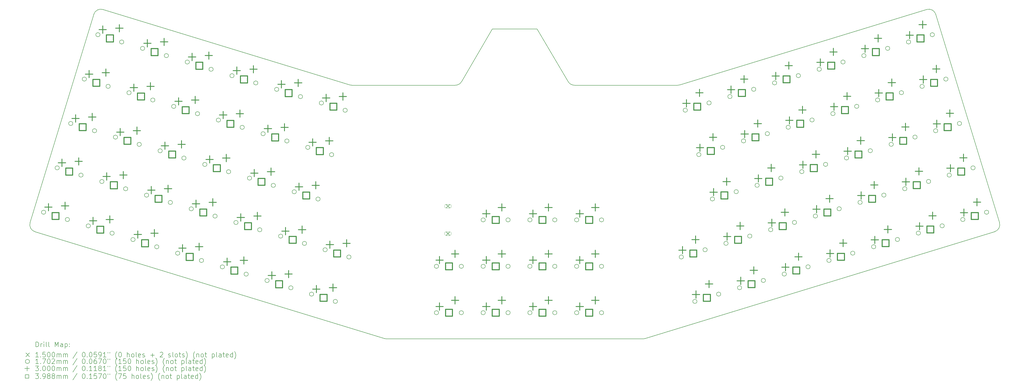
<source format=gbr>
%TF.GenerationSoftware,KiCad,Pcbnew,8.0.6*%
%TF.CreationDate,2024-10-27T19:10:12+01:00*%
%TF.ProjectId,pterodactyl,70746572-6f64-4616-9374-796c2e6b6963,rev?*%
%TF.SameCoordinates,Original*%
%TF.FileFunction,Drillmap*%
%TF.FilePolarity,Positive*%
%FSLAX45Y45*%
G04 Gerber Fmt 4.5, Leading zero omitted, Abs format (unit mm)*
G04 Created by KiCad (PCBNEW 8.0.6) date 2024-10-27 19:10:12*
%MOMM*%
%LPD*%
G01*
G04 APERTURE LIST*
%ADD10C,0.200000*%
%ADD11C,0.150000*%
%ADD12C,0.100000*%
%ADD13C,0.170180*%
%ADD14C,0.300000*%
%ADD15C,0.398780*%
G04 APERTURE END LIST*
D10*
X26289676Y-22104196D02*
G75*
G02*
X26201981Y-22117300I-87696J286896D01*
G01*
X15750653Y-22117300D02*
G75*
G02*
X15662922Y-22104187I-3J300000D01*
G01*
X14319668Y-11746510D02*
G75*
G02*
X14231910Y-11733387I2J300000D01*
G01*
X23418626Y-11746511D02*
G75*
G02*
X23159984Y-11598505I4J300001D01*
G01*
X18805967Y-11597909D02*
G75*
G02*
X18546972Y-11746512I-258997J151399D01*
G01*
X27721686Y-11733400D02*
G75*
G02*
X27633970Y-11746510I-87716J286890D01*
G01*
X20065060Y-9444000D02*
X21893860Y-9444000D01*
X27633970Y-11746510D02*
X23418626Y-11746511D01*
X20065060Y-9444000D02*
X18805967Y-11597909D01*
X21893860Y-9444000D02*
X23159981Y-11598507D01*
X14319668Y-11746510D02*
X18546972Y-11746510D01*
X26201981Y-22117300D02*
X15750653Y-22117300D01*
X3776015Y-8848593D02*
G75*
G02*
X4150619Y-8649409I286893J-87707D01*
G01*
X40785009Y-17359706D02*
G75*
G02*
X40585830Y-17734312I-286891J-87715D01*
G01*
X37808298Y-8649413D02*
G75*
G02*
X38182896Y-8848595I87710J-286887D01*
G01*
X1373087Y-17734308D02*
G75*
G02*
X1173910Y-17359707I87711J286888D01*
G01*
X4150618Y-8649413D02*
X14231909Y-11733387D01*
X1173907Y-17359706D02*
X3776015Y-8848593D01*
X38182901Y-8848593D02*
X40785009Y-17359706D01*
X40585829Y-17734308D02*
X26289676Y-22104196D01*
X27721686Y-11733400D02*
X37808298Y-8649413D01*
X1373087Y-17734308D02*
X15662923Y-22104186D01*
D11*
X18172700Y-16615750D02*
X18322700Y-16765750D01*
X18322700Y-16615750D02*
X18172700Y-16765750D01*
D12*
X18182700Y-16765750D02*
X18312700Y-16765750D01*
X18312700Y-16615750D02*
G75*
G02*
X18312700Y-16765750I0J-75000D01*
G01*
X18312700Y-16615750D02*
X18182700Y-16615750D01*
X18182700Y-16615750D02*
G75*
G03*
X18182700Y-16765750I0J-75000D01*
G01*
D11*
X18172700Y-17735750D02*
X18322700Y-17885750D01*
X18322700Y-17735750D02*
X18172700Y-17885750D01*
D12*
X18182700Y-17885750D02*
X18312700Y-17885750D01*
X18312700Y-17735750D02*
G75*
G02*
X18312700Y-17885750I0J-75000D01*
G01*
X18312700Y-17735750D02*
X18182700Y-17735750D01*
X18182700Y-17735750D02*
G75*
G03*
X18182700Y-17885750I0J-75000D01*
G01*
D13*
X1810989Y-16937798D02*
G75*
G02*
X1640809Y-16937798I-85090J0D01*
G01*
X1640809Y-16937798D02*
G75*
G02*
X1810989Y-16937798I85090J0D01*
G01*
X2365691Y-15123449D02*
G75*
G02*
X2195511Y-15123449I-85090J0D01*
G01*
X2195511Y-15123449D02*
G75*
G02*
X2365691Y-15123449I85090J0D01*
G01*
X2782595Y-17234848D02*
G75*
G02*
X2612415Y-17234848I-85090J0D01*
G01*
X2612415Y-17234848D02*
G75*
G02*
X2782595Y-17234848I85090J0D01*
G01*
X2920393Y-13309100D02*
G75*
G02*
X2750213Y-13309100I-85090J0D01*
G01*
X2750213Y-13309100D02*
G75*
G02*
X2920393Y-13309100I85090J0D01*
G01*
X3337297Y-15420499D02*
G75*
G02*
X3167117Y-15420499I-85090J0D01*
G01*
X3167117Y-15420499D02*
G75*
G02*
X3337297Y-15420499I85090J0D01*
G01*
X3475095Y-11494751D02*
G75*
G02*
X3304915Y-11494751I-85090J0D01*
G01*
X3304915Y-11494751D02*
G75*
G02*
X3475095Y-11494751I85090J0D01*
G01*
X3637340Y-17496170D02*
G75*
G02*
X3467160Y-17496170I-85090J0D01*
G01*
X3467160Y-17496170D02*
G75*
G02*
X3637340Y-17496170I85090J0D01*
G01*
X3891999Y-13606149D02*
G75*
G02*
X3721819Y-13606149I-85090J0D01*
G01*
X3721819Y-13606149D02*
G75*
G02*
X3891999Y-13606149I85090J0D01*
G01*
X4029798Y-9680402D02*
G75*
G02*
X3859618Y-9680402I-85090J0D01*
G01*
X3859618Y-9680402D02*
G75*
G02*
X4029798Y-9680402I85090J0D01*
G01*
X4192042Y-15681821D02*
G75*
G02*
X4021862Y-15681821I-85090J0D01*
G01*
X4021862Y-15681821D02*
G75*
G02*
X4192042Y-15681821I85090J0D01*
G01*
X4446701Y-11791800D02*
G75*
G02*
X4276521Y-11791800I-85090J0D01*
G01*
X4276521Y-11791800D02*
G75*
G02*
X4446701Y-11791800I85090J0D01*
G01*
X4608945Y-17793219D02*
G75*
G02*
X4438765Y-17793219I-85090J0D01*
G01*
X4438765Y-17793219D02*
G75*
G02*
X4608945Y-17793219I85090J0D01*
G01*
X4746744Y-13867471D02*
G75*
G02*
X4576564Y-13867471I-85090J0D01*
G01*
X4576564Y-13867471D02*
G75*
G02*
X4746744Y-13867471I85090J0D01*
G01*
X5001404Y-9977451D02*
G75*
G02*
X4831224Y-9977451I-85090J0D01*
G01*
X4831224Y-9977451D02*
G75*
G02*
X5001404Y-9977451I85090J0D01*
G01*
X5163647Y-15978870D02*
G75*
G02*
X4993467Y-15978870I-85090J0D01*
G01*
X4993467Y-15978870D02*
G75*
G02*
X5163647Y-15978870I85090J0D01*
G01*
X5301447Y-12053122D02*
G75*
G02*
X5131267Y-12053122I-85090J0D01*
G01*
X5131267Y-12053122D02*
G75*
G02*
X5301447Y-12053122I85090J0D01*
G01*
X5463691Y-18054541D02*
G75*
G02*
X5293511Y-18054541I-85090J0D01*
G01*
X5293511Y-18054541D02*
G75*
G02*
X5463691Y-18054541I85090J0D01*
G01*
X5718350Y-14164521D02*
G75*
G02*
X5548170Y-14164521I-85090J0D01*
G01*
X5548170Y-14164521D02*
G75*
G02*
X5718350Y-14164521I85090J0D01*
G01*
X5856149Y-10238773D02*
G75*
G02*
X5685969Y-10238773I-85090J0D01*
G01*
X5685969Y-10238773D02*
G75*
G02*
X5856149Y-10238773I85090J0D01*
G01*
X6018393Y-16240192D02*
G75*
G02*
X5848213Y-16240192I-85090J0D01*
G01*
X5848213Y-16240192D02*
G75*
G02*
X6018393Y-16240192I85090J0D01*
G01*
X6273052Y-12350172D02*
G75*
G02*
X6102872Y-12350172I-85090J0D01*
G01*
X6102872Y-12350172D02*
G75*
G02*
X6273052Y-12350172I85090J0D01*
G01*
X6435296Y-18351591D02*
G75*
G02*
X6265116Y-18351591I-85090J0D01*
G01*
X6265116Y-18351591D02*
G75*
G02*
X6435296Y-18351591I85090J0D01*
G01*
X6573095Y-14425843D02*
G75*
G02*
X6402915Y-14425843I-85090J0D01*
G01*
X6402915Y-14425843D02*
G75*
G02*
X6573095Y-14425843I85090J0D01*
G01*
X6827754Y-10535823D02*
G75*
G02*
X6657574Y-10535823I-85090J0D01*
G01*
X6657574Y-10535823D02*
G75*
G02*
X6827754Y-10535823I85090J0D01*
G01*
X6989998Y-16537242D02*
G75*
G02*
X6819818Y-16537242I-85090J0D01*
G01*
X6819818Y-16537242D02*
G75*
G02*
X6989998Y-16537242I85090J0D01*
G01*
X7127797Y-12611494D02*
G75*
G02*
X6957617Y-12611494I-85090J0D01*
G01*
X6957617Y-12611494D02*
G75*
G02*
X7127797Y-12611494I85090J0D01*
G01*
X7290042Y-18612913D02*
G75*
G02*
X7119862Y-18612913I-85090J0D01*
G01*
X7119862Y-18612913D02*
G75*
G02*
X7290042Y-18612913I85090J0D01*
G01*
X7544701Y-14722892D02*
G75*
G02*
X7374521Y-14722892I-85090J0D01*
G01*
X7374521Y-14722892D02*
G75*
G02*
X7544701Y-14722892I85090J0D01*
G01*
X7682499Y-10797144D02*
G75*
G02*
X7512319Y-10797144I-85090J0D01*
G01*
X7512319Y-10797144D02*
G75*
G02*
X7682499Y-10797144I85090J0D01*
G01*
X7844744Y-16798564D02*
G75*
G02*
X7674564Y-16798564I-85090J0D01*
G01*
X7674564Y-16798564D02*
G75*
G02*
X7844744Y-16798564I85090J0D01*
G01*
X8099403Y-12908543D02*
G75*
G02*
X7929223Y-12908543I-85090J0D01*
G01*
X7929223Y-12908543D02*
G75*
G02*
X8099403Y-12908543I85090J0D01*
G01*
X8261647Y-18909962D02*
G75*
G02*
X8091467Y-18909962I-85090J0D01*
G01*
X8091467Y-18909962D02*
G75*
G02*
X8261647Y-18909962I85090J0D01*
G01*
X8399446Y-14984214D02*
G75*
G02*
X8229266Y-14984214I-85090J0D01*
G01*
X8229266Y-14984214D02*
G75*
G02*
X8399446Y-14984214I85090J0D01*
G01*
X8654105Y-11094194D02*
G75*
G02*
X8483925Y-11094194I-85090J0D01*
G01*
X8483925Y-11094194D02*
G75*
G02*
X8654105Y-11094194I85090J0D01*
G01*
X8816349Y-17095613D02*
G75*
G02*
X8646169Y-17095613I-85090J0D01*
G01*
X8646169Y-17095613D02*
G75*
G02*
X8816349Y-17095613I85090J0D01*
G01*
X8954148Y-13169865D02*
G75*
G02*
X8783968Y-13169865I-85090J0D01*
G01*
X8783968Y-13169865D02*
G75*
G02*
X8954148Y-13169865I85090J0D01*
G01*
X9116392Y-19171284D02*
G75*
G02*
X8946212Y-19171284I-85090J0D01*
G01*
X8946212Y-19171284D02*
G75*
G02*
X9116392Y-19171284I85090J0D01*
G01*
X9371052Y-15281264D02*
G75*
G02*
X9200872Y-15281264I-85090J0D01*
G01*
X9200872Y-15281264D02*
G75*
G02*
X9371052Y-15281264I85090J0D01*
G01*
X9508850Y-11355516D02*
G75*
G02*
X9338670Y-11355516I-85090J0D01*
G01*
X9338670Y-11355516D02*
G75*
G02*
X9508850Y-11355516I85090J0D01*
G01*
X9671095Y-17356935D02*
G75*
G02*
X9500915Y-17356935I-85090J0D01*
G01*
X9500915Y-17356935D02*
G75*
G02*
X9671095Y-17356935I85090J0D01*
G01*
X9925754Y-13466915D02*
G75*
G02*
X9755574Y-13466915I-85090J0D01*
G01*
X9755574Y-13466915D02*
G75*
G02*
X9925754Y-13466915I85090J0D01*
G01*
X10087998Y-19468334D02*
G75*
G02*
X9917818Y-19468334I-85090J0D01*
G01*
X9917818Y-19468334D02*
G75*
G02*
X10087998Y-19468334I85090J0D01*
G01*
X10225797Y-15542586D02*
G75*
G02*
X10055617Y-15542586I-85090J0D01*
G01*
X10055617Y-15542586D02*
G75*
G02*
X10225797Y-15542586I85090J0D01*
G01*
X10480456Y-11652566D02*
G75*
G02*
X10310276Y-11652566I-85090J0D01*
G01*
X10310276Y-11652566D02*
G75*
G02*
X10480456Y-11652566I85090J0D01*
G01*
X10642700Y-17653985D02*
G75*
G02*
X10472520Y-17653985I-85090J0D01*
G01*
X10472520Y-17653985D02*
G75*
G02*
X10642700Y-17653985I85090J0D01*
G01*
X10780499Y-13728236D02*
G75*
G02*
X10610319Y-13728236I-85090J0D01*
G01*
X10610319Y-13728236D02*
G75*
G02*
X10780499Y-13728236I85090J0D01*
G01*
X10942743Y-19729656D02*
G75*
G02*
X10772563Y-19729656I-85090J0D01*
G01*
X10772563Y-19729656D02*
G75*
G02*
X10942743Y-19729656I85090J0D01*
G01*
X11197402Y-15839635D02*
G75*
G02*
X11027222Y-15839635I-85090J0D01*
G01*
X11027222Y-15839635D02*
G75*
G02*
X11197402Y-15839635I85090J0D01*
G01*
X11335201Y-11913887D02*
G75*
G02*
X11165021Y-11913887I-85090J0D01*
G01*
X11165021Y-11913887D02*
G75*
G02*
X11335201Y-11913887I85090J0D01*
G01*
X11497445Y-17915306D02*
G75*
G02*
X11327265Y-17915306I-85090J0D01*
G01*
X11327265Y-17915306D02*
G75*
G02*
X11497445Y-17915306I85090J0D01*
G01*
X11752104Y-14025286D02*
G75*
G02*
X11581924Y-14025286I-85090J0D01*
G01*
X11581924Y-14025286D02*
G75*
G02*
X11752104Y-14025286I85090J0D01*
G01*
X11914349Y-20026705D02*
G75*
G02*
X11744169Y-20026705I-85090J0D01*
G01*
X11744169Y-20026705D02*
G75*
G02*
X11914349Y-20026705I85090J0D01*
G01*
X12052147Y-16100957D02*
G75*
G02*
X11881967Y-16100957I-85090J0D01*
G01*
X11881967Y-16100957D02*
G75*
G02*
X12052147Y-16100957I85090J0D01*
G01*
X12306807Y-12210937D02*
G75*
G02*
X12136627Y-12210937I-85090J0D01*
G01*
X12136627Y-12210937D02*
G75*
G02*
X12306807Y-12210937I85090J0D01*
G01*
X12469051Y-18212356D02*
G75*
G02*
X12298871Y-18212356I-85090J0D01*
G01*
X12298871Y-18212356D02*
G75*
G02*
X12469051Y-18212356I85090J0D01*
G01*
X12606850Y-14286608D02*
G75*
G02*
X12436670Y-14286608I-85090J0D01*
G01*
X12436670Y-14286608D02*
G75*
G02*
X12606850Y-14286608I85090J0D01*
G01*
X12759722Y-20285162D02*
G75*
G02*
X12589542Y-20285162I-85090J0D01*
G01*
X12589542Y-20285162D02*
G75*
G02*
X12759722Y-20285162I85090J0D01*
G01*
X13023753Y-16398007D02*
G75*
G02*
X12853573Y-16398007I-85090J0D01*
G01*
X12853573Y-16398007D02*
G75*
G02*
X13023753Y-16398007I85090J0D01*
G01*
X13161552Y-12472259D02*
G75*
G02*
X12991372Y-12472259I-85090J0D01*
G01*
X12991372Y-12472259D02*
G75*
G02*
X13161552Y-12472259I85090J0D01*
G01*
X13314424Y-18470813D02*
G75*
G02*
X13144244Y-18470813I-85090J0D01*
G01*
X13144244Y-18470813D02*
G75*
G02*
X13314424Y-18470813I85090J0D01*
G01*
X13578455Y-14583658D02*
G75*
G02*
X13408275Y-14583658I-85090J0D01*
G01*
X13408275Y-14583658D02*
G75*
G02*
X13578455Y-14583658I85090J0D01*
G01*
X13731327Y-20582212D02*
G75*
G02*
X13561147Y-20582212I-85090J0D01*
G01*
X13561147Y-20582212D02*
G75*
G02*
X13731327Y-20582212I85090J0D01*
G01*
X14133158Y-12769309D02*
G75*
G02*
X13962978Y-12769309I-85090J0D01*
G01*
X13962978Y-12769309D02*
G75*
G02*
X14133158Y-12769309I85090J0D01*
G01*
X14286030Y-18767862D02*
G75*
G02*
X14115850Y-18767862I-85090J0D01*
G01*
X14115850Y-18767862D02*
G75*
G02*
X14286030Y-18767862I85090J0D01*
G01*
X17863290Y-19148000D02*
G75*
G02*
X17693110Y-19148000I-85090J0D01*
G01*
X17693110Y-19148000D02*
G75*
G02*
X17863290Y-19148000I85090J0D01*
G01*
X17863290Y-21045250D02*
G75*
G02*
X17693110Y-21045250I-85090J0D01*
G01*
X17693110Y-21045250D02*
G75*
G02*
X17863290Y-21045250I85090J0D01*
G01*
X18879290Y-19148000D02*
G75*
G02*
X18709110Y-19148000I-85090J0D01*
G01*
X18709110Y-19148000D02*
G75*
G02*
X18879290Y-19148000I85090J0D01*
G01*
X18879290Y-21045250D02*
G75*
G02*
X18709110Y-21045250I-85090J0D01*
G01*
X18709110Y-21045250D02*
G75*
G02*
X18879290Y-21045250I85090J0D01*
G01*
X19773090Y-17250750D02*
G75*
G02*
X19602910Y-17250750I-85090J0D01*
G01*
X19602910Y-17250750D02*
G75*
G02*
X19773090Y-17250750I85090J0D01*
G01*
X19773090Y-19148000D02*
G75*
G02*
X19602910Y-19148000I-85090J0D01*
G01*
X19602910Y-19148000D02*
G75*
G02*
X19773090Y-19148000I85090J0D01*
G01*
X19773090Y-21045250D02*
G75*
G02*
X19602910Y-21045250I-85090J0D01*
G01*
X19602910Y-21045250D02*
G75*
G02*
X19773090Y-21045250I85090J0D01*
G01*
X20789090Y-17250750D02*
G75*
G02*
X20618910Y-17250750I-85090J0D01*
G01*
X20618910Y-17250750D02*
G75*
G02*
X20789090Y-17250750I85090J0D01*
G01*
X20789090Y-19148000D02*
G75*
G02*
X20618910Y-19148000I-85090J0D01*
G01*
X20618910Y-19148000D02*
G75*
G02*
X20789090Y-19148000I85090J0D01*
G01*
X20789090Y-21045250D02*
G75*
G02*
X20618910Y-21045250I-85090J0D01*
G01*
X20618910Y-21045250D02*
G75*
G02*
X20789090Y-21045250I85090J0D01*
G01*
X21682890Y-17250750D02*
G75*
G02*
X21512710Y-17250750I-85090J0D01*
G01*
X21512710Y-17250750D02*
G75*
G02*
X21682890Y-17250750I85090J0D01*
G01*
X21682890Y-19148000D02*
G75*
G02*
X21512710Y-19148000I-85090J0D01*
G01*
X21512710Y-19148000D02*
G75*
G02*
X21682890Y-19148000I85090J0D01*
G01*
X21682890Y-21045250D02*
G75*
G02*
X21512710Y-21045250I-85090J0D01*
G01*
X21512710Y-21045250D02*
G75*
G02*
X21682890Y-21045250I85090J0D01*
G01*
X22698890Y-17250750D02*
G75*
G02*
X22528710Y-17250750I-85090J0D01*
G01*
X22528710Y-17250750D02*
G75*
G02*
X22698890Y-17250750I85090J0D01*
G01*
X22698890Y-19148000D02*
G75*
G02*
X22528710Y-19148000I-85090J0D01*
G01*
X22528710Y-19148000D02*
G75*
G02*
X22698890Y-19148000I85090J0D01*
G01*
X22698890Y-21045250D02*
G75*
G02*
X22528710Y-21045250I-85090J0D01*
G01*
X22528710Y-21045250D02*
G75*
G02*
X22698890Y-21045250I85090J0D01*
G01*
X23592690Y-17250750D02*
G75*
G02*
X23422510Y-17250750I-85090J0D01*
G01*
X23422510Y-17250750D02*
G75*
G02*
X23592690Y-17250750I85090J0D01*
G01*
X23592690Y-19148000D02*
G75*
G02*
X23422510Y-19148000I-85090J0D01*
G01*
X23422510Y-19148000D02*
G75*
G02*
X23592690Y-19148000I85090J0D01*
G01*
X23592690Y-21045250D02*
G75*
G02*
X23422510Y-21045250I-85090J0D01*
G01*
X23422510Y-21045250D02*
G75*
G02*
X23592690Y-21045250I85090J0D01*
G01*
X24608690Y-17250750D02*
G75*
G02*
X24438510Y-17250750I-85090J0D01*
G01*
X24438510Y-17250750D02*
G75*
G02*
X24608690Y-17250750I85090J0D01*
G01*
X24608690Y-19148000D02*
G75*
G02*
X24438510Y-19148000I-85090J0D01*
G01*
X24438510Y-19148000D02*
G75*
G02*
X24608690Y-19148000I85090J0D01*
G01*
X24608690Y-21045250D02*
G75*
G02*
X24438510Y-21045250I-85090J0D01*
G01*
X24438510Y-21045250D02*
G75*
G02*
X24608690Y-21045250I85090J0D01*
G01*
X27868452Y-18767862D02*
G75*
G02*
X27698272Y-18767862I-85090J0D01*
G01*
X27698272Y-18767862D02*
G75*
G02*
X27868452Y-18767862I85090J0D01*
G01*
X28030696Y-12766443D02*
G75*
G02*
X27860516Y-12766443I-85090J0D01*
G01*
X27860516Y-12766443D02*
G75*
G02*
X28030696Y-12766443I85090J0D01*
G01*
X28423154Y-20582212D02*
G75*
G02*
X28252974Y-20582212I-85090J0D01*
G01*
X28252974Y-20582212D02*
G75*
G02*
X28423154Y-20582212I85090J0D01*
G01*
X28585398Y-14580792D02*
G75*
G02*
X28415218Y-14580792I-85090J0D01*
G01*
X28415218Y-14580792D02*
G75*
G02*
X28585398Y-14580792I85090J0D01*
G01*
X28840057Y-18470813D02*
G75*
G02*
X28669877Y-18470813I-85090J0D01*
G01*
X28669877Y-18470813D02*
G75*
G02*
X28840057Y-18470813I85090J0D01*
G01*
X29002301Y-12469394D02*
G75*
G02*
X28832121Y-12469394I-85090J0D01*
G01*
X28832121Y-12469394D02*
G75*
G02*
X29002301Y-12469394I85090J0D01*
G01*
X29140100Y-16395142D02*
G75*
G02*
X28969920Y-16395142I-85090J0D01*
G01*
X28969920Y-16395142D02*
G75*
G02*
X29140100Y-16395142I85090J0D01*
G01*
X29394760Y-20285162D02*
G75*
G02*
X29224580Y-20285162I-85090J0D01*
G01*
X29224580Y-20285162D02*
G75*
G02*
X29394760Y-20285162I85090J0D01*
G01*
X29557004Y-14283743D02*
G75*
G02*
X29386824Y-14283743I-85090J0D01*
G01*
X29386824Y-14283743D02*
G75*
G02*
X29557004Y-14283743I85090J0D01*
G01*
X29694803Y-18209491D02*
G75*
G02*
X29524623Y-18209491I-85090J0D01*
G01*
X29524623Y-18209491D02*
G75*
G02*
X29694803Y-18209491I85090J0D01*
G01*
X29855172Y-12208645D02*
G75*
G02*
X29684992Y-12208645I-85090J0D01*
G01*
X29684992Y-12208645D02*
G75*
G02*
X29855172Y-12208645I85090J0D01*
G01*
X30111706Y-16098092D02*
G75*
G02*
X29941526Y-16098092I-85090J0D01*
G01*
X29941526Y-16098092D02*
G75*
G02*
X30111706Y-16098092I85090J0D01*
G01*
X30249505Y-20023840D02*
G75*
G02*
X30079325Y-20023840I-85090J0D01*
G01*
X30079325Y-20023840D02*
G75*
G02*
X30249505Y-20023840I85090J0D01*
G01*
X30411749Y-14022421D02*
G75*
G02*
X30241569Y-14022421I-85090J0D01*
G01*
X30241569Y-14022421D02*
G75*
G02*
X30411749Y-14022421I85090J0D01*
G01*
X30666408Y-17912441D02*
G75*
G02*
X30496228Y-17912441I-85090J0D01*
G01*
X30496228Y-17912441D02*
G75*
G02*
X30666408Y-17912441I85090J0D01*
G01*
X30826778Y-11911595D02*
G75*
G02*
X30656598Y-11911595I-85090J0D01*
G01*
X30656598Y-11911595D02*
G75*
G02*
X30826778Y-11911595I85090J0D01*
G01*
X30966451Y-15836770D02*
G75*
G02*
X30796271Y-15836770I-85090J0D01*
G01*
X30796271Y-15836770D02*
G75*
G02*
X30966451Y-15836770I85090J0D01*
G01*
X31221110Y-19726790D02*
G75*
G02*
X31050930Y-19726790I-85090J0D01*
G01*
X31050930Y-19726790D02*
G75*
G02*
X31221110Y-19726790I85090J0D01*
G01*
X31383355Y-13725371D02*
G75*
G02*
X31213175Y-13725371I-85090J0D01*
G01*
X31213175Y-13725371D02*
G75*
G02*
X31383355Y-13725371I85090J0D01*
G01*
X31521153Y-17651119D02*
G75*
G02*
X31350973Y-17651119I-85090J0D01*
G01*
X31350973Y-17651119D02*
G75*
G02*
X31521153Y-17651119I85090J0D01*
G01*
X31679649Y-11650846D02*
G75*
G02*
X31509469Y-11650846I-85090J0D01*
G01*
X31509469Y-11650846D02*
G75*
G02*
X31679649Y-11650846I85090J0D01*
G01*
X31938057Y-15539721D02*
G75*
G02*
X31767877Y-15539721I-85090J0D01*
G01*
X31767877Y-15539721D02*
G75*
G02*
X31938057Y-15539721I85090J0D01*
G01*
X32075855Y-19465469D02*
G75*
G02*
X31905675Y-19465469I-85090J0D01*
G01*
X31905675Y-19465469D02*
G75*
G02*
X32075855Y-19465469I85090J0D01*
G01*
X32238100Y-13464049D02*
G75*
G02*
X32067920Y-13464049I-85090J0D01*
G01*
X32067920Y-13464049D02*
G75*
G02*
X32238100Y-13464049I85090J0D01*
G01*
X32492759Y-17354070D02*
G75*
G02*
X32322579Y-17354070I-85090J0D01*
G01*
X32322579Y-17354070D02*
G75*
G02*
X32492759Y-17354070I85090J0D01*
G01*
X32651254Y-11353797D02*
G75*
G02*
X32481074Y-11353797I-85090J0D01*
G01*
X32481074Y-11353797D02*
G75*
G02*
X32651254Y-11353797I85090J0D01*
G01*
X32792802Y-15278399D02*
G75*
G02*
X32622622Y-15278399I-85090J0D01*
G01*
X32622622Y-15278399D02*
G75*
G02*
X32792802Y-15278399I85090J0D01*
G01*
X33047461Y-19168419D02*
G75*
G02*
X32877281Y-19168419I-85090J0D01*
G01*
X32877281Y-19168419D02*
G75*
G02*
X33047461Y-19168419I85090J0D01*
G01*
X33209705Y-13167000D02*
G75*
G02*
X33039525Y-13167000I-85090J0D01*
G01*
X33039525Y-13167000D02*
G75*
G02*
X33209705Y-13167000I85090J0D01*
G01*
X33347504Y-17092748D02*
G75*
G02*
X33177324Y-17092748I-85090J0D01*
G01*
X33177324Y-17092748D02*
G75*
G02*
X33347504Y-17092748I85090J0D01*
G01*
X33504125Y-11093048D02*
G75*
G02*
X33333945Y-11093048I-85090J0D01*
G01*
X33333945Y-11093048D02*
G75*
G02*
X33504125Y-11093048I85090J0D01*
G01*
X33764408Y-14981349D02*
G75*
G02*
X33594228Y-14981349I-85090J0D01*
G01*
X33594228Y-14981349D02*
G75*
G02*
X33764408Y-14981349I85090J0D01*
G01*
X33902206Y-18907097D02*
G75*
G02*
X33732026Y-18907097I-85090J0D01*
G01*
X33732026Y-18907097D02*
G75*
G02*
X33902206Y-18907097I85090J0D01*
G01*
X34064451Y-12905678D02*
G75*
G02*
X33894271Y-12905678I-85090J0D01*
G01*
X33894271Y-12905678D02*
G75*
G02*
X34064451Y-12905678I85090J0D01*
G01*
X34319110Y-16795698D02*
G75*
G02*
X34148930Y-16795698I-85090J0D01*
G01*
X34148930Y-16795698D02*
G75*
G02*
X34319110Y-16795698I85090J0D01*
G01*
X34475731Y-10795998D02*
G75*
G02*
X34305551Y-10795998I-85090J0D01*
G01*
X34305551Y-10795998D02*
G75*
G02*
X34475731Y-10795998I85090J0D01*
G01*
X34619153Y-14720027D02*
G75*
G02*
X34448973Y-14720027I-85090J0D01*
G01*
X34448973Y-14720027D02*
G75*
G02*
X34619153Y-14720027I85090J0D01*
G01*
X34873812Y-18610048D02*
G75*
G02*
X34703632Y-18610048I-85090J0D01*
G01*
X34703632Y-18610048D02*
G75*
G02*
X34873812Y-18610048I85090J0D01*
G01*
X35036056Y-12608628D02*
G75*
G02*
X34865876Y-12608628I-85090J0D01*
G01*
X34865876Y-12608628D02*
G75*
G02*
X35036056Y-12608628I85090J0D01*
G01*
X35173855Y-16534376D02*
G75*
G02*
X35003675Y-16534376I-85090J0D01*
G01*
X35003675Y-16534376D02*
G75*
G02*
X35173855Y-16534376I85090J0D01*
G01*
X35328602Y-10535249D02*
G75*
G02*
X35158422Y-10535249I-85090J0D01*
G01*
X35158422Y-10535249D02*
G75*
G02*
X35328602Y-10535249I85090J0D01*
G01*
X35590758Y-14422977D02*
G75*
G02*
X35420578Y-14422977I-85090J0D01*
G01*
X35420578Y-14422977D02*
G75*
G02*
X35590758Y-14422977I85090J0D01*
G01*
X35728557Y-18348726D02*
G75*
G02*
X35558377Y-18348726I-85090J0D01*
G01*
X35558377Y-18348726D02*
G75*
G02*
X35728557Y-18348726I85090J0D01*
G01*
X35890801Y-12347306D02*
G75*
G02*
X35720621Y-12347306I-85090J0D01*
G01*
X35720621Y-12347306D02*
G75*
G02*
X35890801Y-12347306I85090J0D01*
G01*
X36145460Y-16237327D02*
G75*
G02*
X35975280Y-16237327I-85090J0D01*
G01*
X35975280Y-16237327D02*
G75*
G02*
X36145460Y-16237327I85090J0D01*
G01*
X36300207Y-10238200D02*
G75*
G02*
X36130027Y-10238200I-85090J0D01*
G01*
X36130027Y-10238200D02*
G75*
G02*
X36300207Y-10238200I85090J0D01*
G01*
X36445503Y-14161656D02*
G75*
G02*
X36275323Y-14161656I-85090J0D01*
G01*
X36275323Y-14161656D02*
G75*
G02*
X36445503Y-14161656I85090J0D01*
G01*
X36700163Y-18051676D02*
G75*
G02*
X36529983Y-18051676I-85090J0D01*
G01*
X36529983Y-18051676D02*
G75*
G02*
X36700163Y-18051676I85090J0D01*
G01*
X36862407Y-12050257D02*
G75*
G02*
X36692227Y-12050257I-85090J0D01*
G01*
X36692227Y-12050257D02*
G75*
G02*
X36862407Y-12050257I85090J0D01*
G01*
X37000206Y-15976005D02*
G75*
G02*
X36830026Y-15976005I-85090J0D01*
G01*
X36830026Y-15976005D02*
G75*
G02*
X37000206Y-15976005I85090J0D01*
G01*
X37153078Y-9977451D02*
G75*
G02*
X36982898Y-9977451I-85090J0D01*
G01*
X36982898Y-9977451D02*
G75*
G02*
X37153078Y-9977451I85090J0D01*
G01*
X37417109Y-13864606D02*
G75*
G02*
X37246929Y-13864606I-85090J0D01*
G01*
X37246929Y-13864606D02*
G75*
G02*
X37417109Y-13864606I85090J0D01*
G01*
X37554908Y-17790354D02*
G75*
G02*
X37384728Y-17790354I-85090J0D01*
G01*
X37384728Y-17790354D02*
G75*
G02*
X37554908Y-17790354I85090J0D01*
G01*
X37707781Y-11791800D02*
G75*
G02*
X37537601Y-11791800I-85090J0D01*
G01*
X37537601Y-11791800D02*
G75*
G02*
X37707781Y-11791800I85090J0D01*
G01*
X37971812Y-15678955D02*
G75*
G02*
X37801632Y-15678955I-85090J0D01*
G01*
X37801632Y-15678955D02*
G75*
G02*
X37971812Y-15678955I85090J0D01*
G01*
X38124684Y-9680402D02*
G75*
G02*
X37954504Y-9680402I-85090J0D01*
G01*
X37954504Y-9680402D02*
G75*
G02*
X38124684Y-9680402I85090J0D01*
G01*
X38262483Y-13606149D02*
G75*
G02*
X38092303Y-13606149I-85090J0D01*
G01*
X38092303Y-13606149D02*
G75*
G02*
X38262483Y-13606149I85090J0D01*
G01*
X38526514Y-17493304D02*
G75*
G02*
X38356334Y-17493304I-85090J0D01*
G01*
X38356334Y-17493304D02*
G75*
G02*
X38526514Y-17493304I85090J0D01*
G01*
X38679386Y-11494751D02*
G75*
G02*
X38509206Y-11494751I-85090J0D01*
G01*
X38509206Y-11494751D02*
G75*
G02*
X38679386Y-11494751I85090J0D01*
G01*
X38817185Y-15420499D02*
G75*
G02*
X38647005Y-15420499I-85090J0D01*
G01*
X38647005Y-15420499D02*
G75*
G02*
X38817185Y-15420499I85090J0D01*
G01*
X39234088Y-13309100D02*
G75*
G02*
X39063908Y-13309100I-85090J0D01*
G01*
X39063908Y-13309100D02*
G75*
G02*
X39234088Y-13309100I85090J0D01*
G01*
X39371887Y-17234848D02*
G75*
G02*
X39201707Y-17234848I-85090J0D01*
G01*
X39201707Y-17234848D02*
G75*
G02*
X39371887Y-17234848I85090J0D01*
G01*
X39788790Y-15123449D02*
G75*
G02*
X39618610Y-15123449I-85090J0D01*
G01*
X39618610Y-15123449D02*
G75*
G02*
X39788790Y-15123449I85090J0D01*
G01*
X40343493Y-16937798D02*
G75*
G02*
X40173313Y-16937798I-85090J0D01*
G01*
X40173313Y-16937798D02*
G75*
G02*
X40343493Y-16937798I85090J0D01*
G01*
D14*
X1921612Y-16582028D02*
X1921612Y-16882028D01*
X1771612Y-16732028D02*
X2071612Y-16732028D01*
X2476314Y-14767679D02*
X2476314Y-15067679D01*
X2326314Y-14917679D02*
X2626314Y-14917679D01*
X2603128Y-16524783D02*
X2603128Y-16824783D01*
X2453128Y-16674783D02*
X2753128Y-16674783D01*
X3031016Y-12953330D02*
X3031016Y-13253330D01*
X2881016Y-13103330D02*
X3181016Y-13103330D01*
X3157830Y-14710433D02*
X3157830Y-15010433D01*
X3007830Y-14860433D02*
X3307830Y-14860433D01*
X3585718Y-11138981D02*
X3585718Y-11438980D01*
X3435718Y-11288980D02*
X3735718Y-11288980D01*
X3712532Y-12896084D02*
X3712532Y-13196084D01*
X3562532Y-13046084D02*
X3862532Y-13046084D01*
X3747963Y-17140400D02*
X3747963Y-17440400D01*
X3597963Y-17290400D02*
X3897963Y-17290400D01*
X4140421Y-9324631D02*
X4140421Y-9624631D01*
X3990421Y-9474631D02*
X4290421Y-9474631D01*
X4267234Y-11081735D02*
X4267234Y-11381735D01*
X4117234Y-11231735D02*
X4417234Y-11231735D01*
X4302665Y-15326050D02*
X4302665Y-15626050D01*
X4152665Y-15476050D02*
X4452665Y-15476050D01*
X4429479Y-17083154D02*
X4429479Y-17383154D01*
X4279479Y-17233154D02*
X4579479Y-17233154D01*
X4821937Y-9267386D02*
X4821937Y-9567386D01*
X4671937Y-9417386D02*
X4971937Y-9417386D01*
X4857367Y-13511701D02*
X4857367Y-13811701D01*
X4707367Y-13661701D02*
X5007367Y-13661701D01*
X4984181Y-15268805D02*
X4984181Y-15568805D01*
X4834181Y-15418805D02*
X5134181Y-15418805D01*
X5412070Y-11697352D02*
X5412070Y-11997352D01*
X5262070Y-11847352D02*
X5562070Y-11847352D01*
X5538883Y-13454456D02*
X5538883Y-13754456D01*
X5388883Y-13604456D02*
X5688883Y-13604456D01*
X5574314Y-17698771D02*
X5574314Y-17998771D01*
X5424314Y-17848771D02*
X5724314Y-17848771D01*
X5966772Y-9883003D02*
X5966772Y-10183003D01*
X5816772Y-10033003D02*
X6116772Y-10033003D01*
X6093586Y-11640107D02*
X6093586Y-11940107D01*
X5943586Y-11790107D02*
X6243586Y-11790107D01*
X6129016Y-15884422D02*
X6129016Y-16184422D01*
X5979016Y-16034422D02*
X6279016Y-16034422D01*
X6255829Y-17641526D02*
X6255829Y-17941526D01*
X6105829Y-17791526D02*
X6405829Y-17791526D01*
X6648288Y-9825757D02*
X6648288Y-10125757D01*
X6498288Y-9975757D02*
X6798288Y-9975757D01*
X6683718Y-14070073D02*
X6683718Y-14370073D01*
X6533718Y-14220073D02*
X6833718Y-14220073D01*
X6810532Y-15827176D02*
X6810532Y-16127176D01*
X6660532Y-15977176D02*
X6960532Y-15977176D01*
X7238420Y-12255723D02*
X7238420Y-12555723D01*
X7088420Y-12405723D02*
X7388420Y-12405723D01*
X7365234Y-14012827D02*
X7365234Y-14312827D01*
X7215234Y-14162827D02*
X7515234Y-14162827D01*
X7400665Y-18257143D02*
X7400665Y-18557143D01*
X7250665Y-18407143D02*
X7550665Y-18407143D01*
X7793123Y-10441374D02*
X7793123Y-10741374D01*
X7643123Y-10591374D02*
X7943123Y-10591374D01*
X7919936Y-12198478D02*
X7919936Y-12498478D01*
X7769936Y-12348478D02*
X8069936Y-12348478D01*
X7955367Y-16442793D02*
X7955367Y-16742793D01*
X7805367Y-16592793D02*
X8105367Y-16592793D01*
X8082181Y-18199897D02*
X8082181Y-18499897D01*
X7932181Y-18349897D02*
X8232181Y-18349897D01*
X8474639Y-10384129D02*
X8474639Y-10684129D01*
X8324638Y-10534129D02*
X8624639Y-10534129D01*
X8510069Y-14628444D02*
X8510069Y-14928444D01*
X8360069Y-14778444D02*
X8660069Y-14778444D01*
X8636883Y-16385548D02*
X8636883Y-16685548D01*
X8486883Y-16535548D02*
X8786883Y-16535548D01*
X9064771Y-12814095D02*
X9064771Y-13114095D01*
X8914771Y-12964095D02*
X9214771Y-12964095D01*
X9191585Y-14571199D02*
X9191585Y-14871199D01*
X9041585Y-14721199D02*
X9341585Y-14721199D01*
X9227015Y-18815514D02*
X9227015Y-19115514D01*
X9077015Y-18965514D02*
X9377015Y-18965514D01*
X9619473Y-10999746D02*
X9619473Y-11299746D01*
X9469473Y-11149746D02*
X9769473Y-11149746D01*
X9746287Y-12756850D02*
X9746287Y-13056850D01*
X9596287Y-12906850D02*
X9896287Y-12906850D01*
X9781718Y-17001165D02*
X9781718Y-17301165D01*
X9631718Y-17151165D02*
X9931718Y-17151165D01*
X9908531Y-18758269D02*
X9908531Y-19058269D01*
X9758531Y-18908269D02*
X10058531Y-18908269D01*
X10300989Y-10942501D02*
X10300989Y-11242500D01*
X10150989Y-11092501D02*
X10450989Y-11092501D01*
X10336420Y-15186815D02*
X10336420Y-15486815D01*
X10186420Y-15336815D02*
X10486420Y-15336815D01*
X10463234Y-16943920D02*
X10463234Y-17243920D01*
X10313234Y-17093920D02*
X10613234Y-17093920D01*
X10891122Y-13372466D02*
X10891122Y-13672466D01*
X10741122Y-13522466D02*
X11041122Y-13522466D01*
X11017936Y-15129570D02*
X11017936Y-15429570D01*
X10867936Y-15279570D02*
X11167936Y-15279570D01*
X11053366Y-19373886D02*
X11053366Y-19673886D01*
X10903366Y-19523886D02*
X11203366Y-19523886D01*
X11445824Y-11558117D02*
X11445824Y-11858117D01*
X11295824Y-11708117D02*
X11595824Y-11708117D01*
X11572638Y-13315221D02*
X11572638Y-13615221D01*
X11422638Y-13465221D02*
X11722638Y-13465221D01*
X11608068Y-17559536D02*
X11608068Y-17859536D01*
X11458068Y-17709536D02*
X11758068Y-17709536D01*
X11734882Y-19316640D02*
X11734882Y-19616640D01*
X11584882Y-19466640D02*
X11884882Y-19466640D01*
X12127340Y-11500872D02*
X12127340Y-11800872D01*
X11977340Y-11650872D02*
X12277340Y-11650872D01*
X12162770Y-15745187D02*
X12162770Y-16045187D01*
X12012770Y-15895187D02*
X12312770Y-15895187D01*
X12289584Y-17502291D02*
X12289584Y-17802291D01*
X12139584Y-17652291D02*
X12439584Y-17652291D01*
X12717473Y-13930838D02*
X12717473Y-14230838D01*
X12567473Y-14080838D02*
X12867473Y-14080838D01*
X12844286Y-15687942D02*
X12844286Y-15987942D01*
X12694286Y-15837942D02*
X12994286Y-15837942D01*
X12870345Y-19929392D02*
X12870345Y-20229392D01*
X12720345Y-20079392D02*
X13020345Y-20079392D01*
X13272175Y-12116489D02*
X13272175Y-12416489D01*
X13122175Y-12266489D02*
X13422175Y-12266489D01*
X13398989Y-13873593D02*
X13398989Y-14173593D01*
X13248989Y-14023593D02*
X13548989Y-14023593D01*
X13425048Y-18115043D02*
X13425048Y-18415043D01*
X13275048Y-18265043D02*
X13575048Y-18265043D01*
X13551861Y-19872146D02*
X13551861Y-20172146D01*
X13401861Y-20022146D02*
X13701861Y-20022146D01*
X13953691Y-12059243D02*
X13953691Y-12359243D01*
X13803691Y-12209243D02*
X14103691Y-12209243D01*
X14106563Y-18057797D02*
X14106563Y-18357797D01*
X13956563Y-18207797D02*
X14256563Y-18207797D01*
X17905200Y-18744000D02*
X17905200Y-19044000D01*
X17755200Y-18894000D02*
X18055200Y-18894000D01*
X17905200Y-20641250D02*
X17905200Y-20941250D01*
X17755200Y-20791250D02*
X18055200Y-20791250D01*
X18540200Y-18490000D02*
X18540200Y-18790000D01*
X18390200Y-18640000D02*
X18690200Y-18640000D01*
X18540200Y-20387250D02*
X18540200Y-20687250D01*
X18390200Y-20537250D02*
X18690200Y-20537250D01*
X19815000Y-16846750D02*
X19815000Y-17146750D01*
X19665000Y-16996750D02*
X19965000Y-16996750D01*
X19815000Y-18744000D02*
X19815000Y-19044000D01*
X19665000Y-18894000D02*
X19965000Y-18894000D01*
X19815000Y-20641250D02*
X19815000Y-20941250D01*
X19665000Y-20791250D02*
X19965000Y-20791250D01*
X20450000Y-16592750D02*
X20450000Y-16892750D01*
X20300000Y-16742750D02*
X20600000Y-16742750D01*
X20450000Y-18490000D02*
X20450000Y-18790000D01*
X20300000Y-18640000D02*
X20600000Y-18640000D01*
X20450000Y-20387250D02*
X20450000Y-20687250D01*
X20300000Y-20537250D02*
X20600000Y-20537250D01*
X21724800Y-16846750D02*
X21724800Y-17146750D01*
X21574800Y-16996750D02*
X21874800Y-16996750D01*
X21724800Y-18744000D02*
X21724800Y-19044000D01*
X21574800Y-18894000D02*
X21874800Y-18894000D01*
X21724800Y-20641250D02*
X21724800Y-20941250D01*
X21574800Y-20791250D02*
X21874800Y-20791250D01*
X22359800Y-16592750D02*
X22359800Y-16892750D01*
X22209800Y-16742750D02*
X22509800Y-16742750D01*
X22359800Y-18490000D02*
X22359800Y-18790000D01*
X22209800Y-18640000D02*
X22509800Y-18640000D01*
X22359800Y-20387250D02*
X22359800Y-20687250D01*
X22209800Y-20537250D02*
X22509800Y-20537250D01*
X23634600Y-16846750D02*
X23634600Y-17146750D01*
X23484600Y-16996750D02*
X23784600Y-16996750D01*
X23634600Y-18744000D02*
X23634600Y-19044000D01*
X23484600Y-18894000D02*
X23784600Y-18894000D01*
X23634600Y-20641250D02*
X23634600Y-20941250D01*
X23484600Y-20791250D02*
X23784600Y-20791250D01*
X24269600Y-16592750D02*
X24269600Y-16892750D01*
X24119600Y-16742750D02*
X24419600Y-16742750D01*
X24269600Y-18490000D02*
X24269600Y-18790000D01*
X24119600Y-18640000D02*
X24419600Y-18640000D01*
X24269600Y-20387250D02*
X24269600Y-20687250D01*
X24119600Y-20537250D02*
X24419600Y-20537250D01*
X27830550Y-18337830D02*
X27830550Y-18637830D01*
X27680550Y-18487830D02*
X27980550Y-18487830D01*
X27992794Y-12336411D02*
X27992794Y-12636411D01*
X27842794Y-12486411D02*
X28142794Y-12486411D01*
X28363541Y-17909272D02*
X28363541Y-18209272D01*
X28213541Y-18059272D02*
X28513541Y-18059272D01*
X28385252Y-20152179D02*
X28385252Y-20452179D01*
X28235252Y-20302179D02*
X28535252Y-20302179D01*
X28525785Y-11907853D02*
X28525785Y-12207853D01*
X28375785Y-12057853D02*
X28675785Y-12057853D01*
X28547496Y-14150760D02*
X28547496Y-14450760D01*
X28397496Y-14300760D02*
X28697496Y-14300760D01*
X28918243Y-19723622D02*
X28918243Y-20023622D01*
X28768243Y-19873622D02*
X29068243Y-19873622D01*
X29080487Y-13722202D02*
X29080487Y-14022202D01*
X28930487Y-13872202D02*
X29230487Y-13872202D01*
X29102199Y-15965109D02*
X29102199Y-16265109D01*
X28952199Y-16115109D02*
X29252199Y-16115109D01*
X29635190Y-15536552D02*
X29635190Y-15836552D01*
X29485190Y-15686552D02*
X29785190Y-15686552D01*
X29656901Y-17779458D02*
X29656901Y-18079458D01*
X29506901Y-17929458D02*
X29806901Y-17929458D01*
X29817271Y-11778612D02*
X29817271Y-12078612D01*
X29667271Y-11928612D02*
X29967271Y-11928612D01*
X30189892Y-17350901D02*
X30189892Y-17650901D01*
X30039892Y-17500901D02*
X30339892Y-17500901D01*
X30211603Y-19593807D02*
X30211603Y-19893807D01*
X30061603Y-19743807D02*
X30361603Y-19743807D01*
X30350262Y-11350055D02*
X30350262Y-11650055D01*
X30200262Y-11500055D02*
X30500262Y-11500055D01*
X30373847Y-13592388D02*
X30373847Y-13892388D01*
X30223847Y-13742388D02*
X30523847Y-13742388D01*
X30744594Y-19165250D02*
X30744594Y-19465250D01*
X30594594Y-19315250D02*
X30894594Y-19315250D01*
X30906838Y-13163831D02*
X30906838Y-13463831D01*
X30756838Y-13313831D02*
X31056838Y-13313831D01*
X30928549Y-15406738D02*
X30928549Y-15706738D01*
X30778549Y-15556738D02*
X31078549Y-15556738D01*
X31461541Y-14978180D02*
X31461541Y-15278180D01*
X31311541Y-15128180D02*
X31611541Y-15128180D01*
X31483252Y-17221087D02*
X31483252Y-17521087D01*
X31333252Y-17371087D02*
X31633252Y-17371087D01*
X31641747Y-11220814D02*
X31641747Y-11520814D01*
X31491747Y-11370814D02*
X31791747Y-11370814D01*
X32016243Y-16792529D02*
X32016243Y-17092529D01*
X31866243Y-16942529D02*
X32166243Y-16942529D01*
X32037954Y-19035436D02*
X32037954Y-19335436D01*
X31887954Y-19185436D02*
X32187954Y-19185436D01*
X32174738Y-10792256D02*
X32174738Y-11092256D01*
X32024738Y-10942256D02*
X32324738Y-10942256D01*
X32200198Y-13034017D02*
X32200198Y-13334017D01*
X32050198Y-13184017D02*
X32350198Y-13184017D01*
X32570945Y-18606879D02*
X32570945Y-18906879D01*
X32420945Y-18756879D02*
X32720945Y-18756879D01*
X32733189Y-12605459D02*
X32733189Y-12905459D01*
X32583189Y-12755459D02*
X32883189Y-12755459D01*
X32754900Y-14848366D02*
X32754900Y-15148366D01*
X32604900Y-14998366D02*
X32904900Y-14998366D01*
X33287891Y-14419809D02*
X33287891Y-14719809D01*
X33137891Y-14569809D02*
X33437891Y-14569809D01*
X33309602Y-16662715D02*
X33309602Y-16962715D01*
X33159602Y-16812715D02*
X33459602Y-16812715D01*
X33466223Y-10663015D02*
X33466223Y-10963015D01*
X33316223Y-10813015D02*
X33616223Y-10813015D01*
X33842593Y-16234158D02*
X33842593Y-16534158D01*
X33692593Y-16384158D02*
X33992593Y-16384158D01*
X33864305Y-18477065D02*
X33864305Y-18777065D01*
X33714305Y-18627065D02*
X34014305Y-18627065D01*
X33999215Y-10234458D02*
X33999215Y-10534458D01*
X33849215Y-10384458D02*
X34149215Y-10384458D01*
X34026549Y-12475645D02*
X34026549Y-12775645D01*
X33876549Y-12625645D02*
X34176549Y-12625645D01*
X34397296Y-18048507D02*
X34397296Y-18348507D01*
X34247296Y-18198507D02*
X34547296Y-18198507D01*
X34559540Y-12047088D02*
X34559540Y-12347088D01*
X34409540Y-12197088D02*
X34709540Y-12197088D01*
X34581251Y-14289994D02*
X34581251Y-14589994D01*
X34431251Y-14439994D02*
X34731251Y-14439994D01*
X35114242Y-13861437D02*
X35114242Y-14161437D01*
X34964242Y-14011437D02*
X35264242Y-14011437D01*
X35135953Y-16104344D02*
X35135953Y-16404344D01*
X34985953Y-16254344D02*
X35285953Y-16254344D01*
X35290700Y-10105217D02*
X35290700Y-10405217D01*
X35140700Y-10255217D02*
X35440700Y-10255217D01*
X35668944Y-15675786D02*
X35668944Y-15975786D01*
X35518944Y-15825786D02*
X35818944Y-15825786D01*
X35690656Y-17918693D02*
X35690656Y-18218693D01*
X35540656Y-18068693D02*
X35840656Y-18068693D01*
X35823691Y-9676659D02*
X35823691Y-9976659D01*
X35673691Y-9826659D02*
X35973691Y-9826659D01*
X35852900Y-11917274D02*
X35852900Y-12217274D01*
X35702900Y-12067274D02*
X36002900Y-12067274D01*
X36223647Y-17490136D02*
X36223647Y-17790136D01*
X36073647Y-17640136D02*
X36373647Y-17640136D01*
X36385891Y-11488716D02*
X36385891Y-11788716D01*
X36235891Y-11638716D02*
X36535891Y-11638716D01*
X36407602Y-13731623D02*
X36407602Y-14031623D01*
X36257602Y-13881623D02*
X36557602Y-13881623D01*
X36940593Y-13303066D02*
X36940593Y-13603066D01*
X36790593Y-13453066D02*
X37090593Y-13453066D01*
X36962304Y-15545972D02*
X36962304Y-15845972D01*
X36812304Y-15695972D02*
X37112304Y-15695972D01*
X37115177Y-9547419D02*
X37115177Y-9847419D01*
X36965177Y-9697419D02*
X37265177Y-9697419D01*
X37495295Y-15117415D02*
X37495295Y-15417415D01*
X37345295Y-15267415D02*
X37645295Y-15267415D01*
X37517006Y-17360321D02*
X37517006Y-17660321D01*
X37367006Y-17510321D02*
X37667006Y-17510321D01*
X37648168Y-9118861D02*
X37648168Y-9418861D01*
X37498168Y-9268861D02*
X37798168Y-9268861D01*
X37669879Y-11361768D02*
X37669879Y-11661768D01*
X37519879Y-11511768D02*
X37819879Y-11511768D01*
X38049998Y-16931764D02*
X38049998Y-17231764D01*
X37899998Y-17081764D02*
X38199998Y-17081764D01*
X38202870Y-10933210D02*
X38202870Y-11233210D01*
X38052870Y-11083210D02*
X38352870Y-11083210D01*
X38224581Y-13176117D02*
X38224581Y-13476117D01*
X38074581Y-13326117D02*
X38374581Y-13326117D01*
X38757572Y-12747559D02*
X38757572Y-13047559D01*
X38607572Y-12897559D02*
X38907572Y-12897559D01*
X38779283Y-14990466D02*
X38779283Y-15290466D01*
X38629283Y-15140466D02*
X38929283Y-15140466D01*
X39312274Y-14561909D02*
X39312274Y-14861909D01*
X39162274Y-14711909D02*
X39462274Y-14711909D01*
X39333985Y-16804815D02*
X39333985Y-17104815D01*
X39183985Y-16954815D02*
X39483985Y-16954815D01*
X39866976Y-16376258D02*
X39866976Y-16676258D01*
X39716976Y-16526258D02*
X40016976Y-16526258D01*
D15*
X2352693Y-17227314D02*
X2352693Y-16945332D01*
X2070710Y-16945332D01*
X2070710Y-17227314D01*
X2352693Y-17227314D01*
X2907395Y-15412965D02*
X2907395Y-15130982D01*
X2625413Y-15130982D01*
X2625413Y-15412965D01*
X2907395Y-15412965D01*
X3462097Y-13598616D02*
X3462097Y-13316633D01*
X3180115Y-13316633D01*
X3180115Y-13598616D01*
X3462097Y-13598616D01*
X4016800Y-11784267D02*
X4016800Y-11502284D01*
X3734817Y-11502284D01*
X3734817Y-11784267D01*
X4016800Y-11784267D01*
X4179044Y-17785686D02*
X4179044Y-17503703D01*
X3897061Y-17503703D01*
X3897061Y-17785686D01*
X4179044Y-17785686D01*
X4571502Y-9969918D02*
X4571502Y-9687935D01*
X4289519Y-9687935D01*
X4289519Y-9969918D01*
X4571502Y-9969918D01*
X4733746Y-15971337D02*
X4733746Y-15689354D01*
X4451763Y-15689354D01*
X4451763Y-15971337D01*
X4733746Y-15971337D01*
X5288448Y-14156988D02*
X5288448Y-13875005D01*
X5006466Y-13875005D01*
X5006466Y-14156988D01*
X5288448Y-14156988D01*
X5843151Y-12342638D02*
X5843151Y-12060656D01*
X5561168Y-12060656D01*
X5561168Y-12342638D01*
X5843151Y-12342638D01*
X6005395Y-18344058D02*
X6005395Y-18062075D01*
X5723412Y-18062075D01*
X5723412Y-18344058D01*
X6005395Y-18344058D01*
X6397853Y-10528289D02*
X6397853Y-10246306D01*
X6115870Y-10246306D01*
X6115870Y-10528289D01*
X6397853Y-10528289D01*
X6560097Y-16529708D02*
X6560097Y-16247725D01*
X6278114Y-16247725D01*
X6278114Y-16529708D01*
X6560097Y-16529708D01*
X7114799Y-14715359D02*
X7114799Y-14433376D01*
X6832817Y-14433376D01*
X6832817Y-14715359D01*
X7114799Y-14715359D01*
X7669502Y-12901010D02*
X7669502Y-12619027D01*
X7387519Y-12619027D01*
X7387519Y-12901010D01*
X7669502Y-12901010D01*
X7831746Y-18902429D02*
X7831746Y-18620446D01*
X7549763Y-18620446D01*
X7549763Y-18902429D01*
X7831746Y-18902429D01*
X8224204Y-11086661D02*
X8224204Y-10804678D01*
X7942221Y-10804678D01*
X7942221Y-11086661D01*
X8224204Y-11086661D01*
X8386448Y-17088080D02*
X8386448Y-16806097D01*
X8104465Y-16806097D01*
X8104465Y-17088080D01*
X8386448Y-17088080D01*
X8941150Y-15273730D02*
X8941150Y-14991748D01*
X8659167Y-14991748D01*
X8659167Y-15273730D01*
X8941150Y-15273730D01*
X9495852Y-13459381D02*
X9495852Y-13177399D01*
X9213870Y-13177399D01*
X9213870Y-13459381D01*
X9495852Y-13459381D01*
X9658097Y-19460801D02*
X9658097Y-19178818D01*
X9376114Y-19178818D01*
X9376114Y-19460801D01*
X9658097Y-19460801D01*
X10050555Y-11645032D02*
X10050555Y-11363049D01*
X9768572Y-11363049D01*
X9768572Y-11645032D01*
X10050555Y-11645032D01*
X10212799Y-17646451D02*
X10212799Y-17364469D01*
X9930816Y-17364469D01*
X9930816Y-17646451D01*
X10212799Y-17646451D01*
X10767501Y-15832102D02*
X10767501Y-15550119D01*
X10485518Y-15550119D01*
X10485518Y-15832102D01*
X10767501Y-15832102D01*
X11322203Y-14017753D02*
X11322203Y-13735770D01*
X11040220Y-13735770D01*
X11040220Y-14017753D01*
X11322203Y-14017753D01*
X11484447Y-20019172D02*
X11484447Y-19737189D01*
X11202464Y-19737189D01*
X11202464Y-20019172D01*
X11484447Y-20019172D01*
X11876905Y-12203404D02*
X11876905Y-11921421D01*
X11594922Y-11921421D01*
X11594922Y-12203404D01*
X11876905Y-12203404D01*
X12039149Y-18204823D02*
X12039149Y-17922840D01*
X11757167Y-17922840D01*
X11757167Y-18204823D01*
X12039149Y-18204823D01*
X12593852Y-16390473D02*
X12593852Y-16108491D01*
X12311869Y-16108491D01*
X12311869Y-16390473D01*
X12593852Y-16390473D01*
X13148554Y-14576124D02*
X13148554Y-14294142D01*
X12866571Y-14294142D01*
X12866571Y-14576124D01*
X13148554Y-14576124D01*
X13301426Y-20574678D02*
X13301426Y-20292695D01*
X13019443Y-20292695D01*
X13019443Y-20574678D01*
X13301426Y-20574678D01*
X13703256Y-12761775D02*
X13703256Y-12479792D01*
X13421273Y-12479792D01*
X13421273Y-12761775D01*
X13703256Y-12761775D01*
X13856129Y-18760329D02*
X13856129Y-18478346D01*
X13574146Y-18478346D01*
X13574146Y-18760329D01*
X13856129Y-18760329D01*
X18427191Y-19288991D02*
X18427191Y-19007009D01*
X18145209Y-19007009D01*
X18145209Y-19288991D01*
X18427191Y-19288991D01*
X18427191Y-21186241D02*
X18427191Y-20904259D01*
X18145209Y-20904259D01*
X18145209Y-21186241D01*
X18427191Y-21186241D01*
X20336991Y-17391741D02*
X20336991Y-17109759D01*
X20055009Y-17109759D01*
X20055009Y-17391741D01*
X20336991Y-17391741D01*
X20336991Y-19288991D02*
X20336991Y-19007009D01*
X20055009Y-19007009D01*
X20055009Y-19288991D01*
X20336991Y-19288991D01*
X20336991Y-21186241D02*
X20336991Y-20904259D01*
X20055009Y-20904259D01*
X20055009Y-21186241D01*
X20336991Y-21186241D01*
X22246791Y-17391741D02*
X22246791Y-17109759D01*
X21964809Y-17109759D01*
X21964809Y-17391741D01*
X22246791Y-17391741D01*
X22246791Y-19288991D02*
X22246791Y-19007009D01*
X21964809Y-19007009D01*
X21964809Y-19288991D01*
X22246791Y-19288991D01*
X22246791Y-21186241D02*
X22246791Y-20904259D01*
X21964809Y-20904259D01*
X21964809Y-21186241D01*
X22246791Y-21186241D01*
X24156591Y-17391741D02*
X24156591Y-17109759D01*
X23874609Y-17109759D01*
X23874609Y-17391741D01*
X24156591Y-17391741D01*
X24156591Y-19288991D02*
X24156591Y-19007009D01*
X23874609Y-19007009D01*
X23874609Y-19288991D01*
X24156591Y-19288991D01*
X24156591Y-21186241D02*
X24156591Y-20904259D01*
X23874609Y-20904259D01*
X23874609Y-21186241D01*
X24156591Y-21186241D01*
X28410156Y-18760329D02*
X28410156Y-18478346D01*
X28128173Y-18478346D01*
X28128173Y-18760329D01*
X28410156Y-18760329D01*
X28572400Y-12758910D02*
X28572400Y-12476927D01*
X28290417Y-12476927D01*
X28290417Y-12758910D01*
X28572400Y-12758910D01*
X28964858Y-20574678D02*
X28964858Y-20292695D01*
X28682875Y-20292695D01*
X28682875Y-20574678D01*
X28964858Y-20574678D01*
X29127102Y-14573259D02*
X29127102Y-14291276D01*
X28845119Y-14291276D01*
X28845119Y-14573259D01*
X29127102Y-14573259D01*
X29681805Y-16387608D02*
X29681805Y-16105625D01*
X29399822Y-16105625D01*
X29399822Y-16387608D01*
X29681805Y-16387608D01*
X30236507Y-18201957D02*
X30236507Y-17919975D01*
X29954524Y-17919975D01*
X29954524Y-18201957D01*
X30236507Y-18201957D01*
X30396877Y-12201111D02*
X30396877Y-11919128D01*
X30114894Y-11919128D01*
X30114894Y-12201111D01*
X30396877Y-12201111D01*
X30791209Y-20016307D02*
X30791209Y-19734324D01*
X30509226Y-19734324D01*
X30509226Y-20016307D01*
X30791209Y-20016307D01*
X30953453Y-14014888D02*
X30953453Y-13732905D01*
X30671470Y-13732905D01*
X30671470Y-14014888D01*
X30953453Y-14014888D01*
X31508155Y-15829237D02*
X31508155Y-15547254D01*
X31226173Y-15547254D01*
X31226173Y-15829237D01*
X31508155Y-15829237D01*
X32062857Y-17643586D02*
X32062857Y-17361603D01*
X31780875Y-17361603D01*
X31780875Y-17643586D01*
X32062857Y-17643586D01*
X32221353Y-11643313D02*
X32221353Y-11361330D01*
X31939370Y-11361330D01*
X31939370Y-11643313D01*
X32221353Y-11643313D01*
X32617560Y-19457935D02*
X32617560Y-19175952D01*
X32335577Y-19175952D01*
X32335577Y-19457935D01*
X32617560Y-19457935D01*
X32779804Y-13456516D02*
X32779804Y-13174533D01*
X32497821Y-13174533D01*
X32497821Y-13456516D01*
X32779804Y-13456516D01*
X33334506Y-15270865D02*
X33334506Y-14988882D01*
X33052523Y-14988882D01*
X33052523Y-15270865D01*
X33334506Y-15270865D01*
X33889208Y-17085215D02*
X33889208Y-16803232D01*
X33607225Y-16803232D01*
X33607225Y-17085215D01*
X33889208Y-17085215D01*
X34045829Y-11085515D02*
X34045829Y-10803532D01*
X33763847Y-10803532D01*
X33763847Y-11085515D01*
X34045829Y-11085515D01*
X34443911Y-18899564D02*
X34443911Y-18617581D01*
X34161928Y-18617581D01*
X34161928Y-18899564D01*
X34443911Y-18899564D01*
X34606155Y-12898145D02*
X34606155Y-12616162D01*
X34324172Y-12616162D01*
X34324172Y-12898145D01*
X34606155Y-12898145D01*
X35160857Y-14712494D02*
X35160857Y-14430511D01*
X34878874Y-14430511D01*
X34878874Y-14712494D01*
X35160857Y-14712494D01*
X35715559Y-16526843D02*
X35715559Y-16244860D01*
X35433576Y-16244860D01*
X35433576Y-16526843D01*
X35715559Y-16526843D01*
X35870306Y-10527716D02*
X35870306Y-10245733D01*
X35588323Y-10245733D01*
X35588323Y-10527716D01*
X35870306Y-10527716D01*
X36270262Y-18341192D02*
X36270262Y-18059209D01*
X35988279Y-18059209D01*
X35988279Y-18341192D01*
X36270262Y-18341192D01*
X36432506Y-12339773D02*
X36432506Y-12057790D01*
X36150523Y-12057790D01*
X36150523Y-12339773D01*
X36432506Y-12339773D01*
X36987208Y-14154122D02*
X36987208Y-13872139D01*
X36705225Y-13872139D01*
X36705225Y-14154122D01*
X36987208Y-14154122D01*
X37541910Y-15968471D02*
X37541910Y-15686489D01*
X37259927Y-15686489D01*
X37259927Y-15968471D01*
X37541910Y-15968471D01*
X37694782Y-9969918D02*
X37694782Y-9687935D01*
X37412800Y-9687935D01*
X37412800Y-9969918D01*
X37694782Y-9969918D01*
X38096612Y-17782821D02*
X38096612Y-17500838D01*
X37814630Y-17500838D01*
X37814630Y-17782821D01*
X38096612Y-17782821D01*
X38249485Y-11784267D02*
X38249485Y-11502284D01*
X37967502Y-11502284D01*
X37967502Y-11784267D01*
X38249485Y-11784267D01*
X38804187Y-13598616D02*
X38804187Y-13316633D01*
X38522204Y-13316633D01*
X38522204Y-13598616D01*
X38804187Y-13598616D01*
X39358889Y-15412965D02*
X39358889Y-15130982D01*
X39076906Y-15130982D01*
X39076906Y-15412965D01*
X39358889Y-15412965D01*
X39913591Y-17227315D02*
X39913591Y-16945332D01*
X39631608Y-16945332D01*
X39631608Y-17227315D01*
X39913591Y-17227315D01*
D10*
X1411577Y-22438784D02*
X1411577Y-22238784D01*
X1411577Y-22238784D02*
X1459196Y-22238784D01*
X1459196Y-22238784D02*
X1487768Y-22248308D01*
X1487768Y-22248308D02*
X1506816Y-22267355D01*
X1506816Y-22267355D02*
X1516339Y-22286403D01*
X1516339Y-22286403D02*
X1525863Y-22324498D01*
X1525863Y-22324498D02*
X1525863Y-22353070D01*
X1525863Y-22353070D02*
X1516339Y-22391165D01*
X1516339Y-22391165D02*
X1506816Y-22410212D01*
X1506816Y-22410212D02*
X1487768Y-22429260D01*
X1487768Y-22429260D02*
X1459196Y-22438784D01*
X1459196Y-22438784D02*
X1411577Y-22438784D01*
X1611577Y-22438784D02*
X1611577Y-22305450D01*
X1611577Y-22343546D02*
X1621101Y-22324498D01*
X1621101Y-22324498D02*
X1630625Y-22314974D01*
X1630625Y-22314974D02*
X1649673Y-22305450D01*
X1649673Y-22305450D02*
X1668720Y-22305450D01*
X1735387Y-22438784D02*
X1735387Y-22305450D01*
X1735387Y-22238784D02*
X1725863Y-22248308D01*
X1725863Y-22248308D02*
X1735387Y-22257831D01*
X1735387Y-22257831D02*
X1744911Y-22248308D01*
X1744911Y-22248308D02*
X1735387Y-22238784D01*
X1735387Y-22238784D02*
X1735387Y-22257831D01*
X1859196Y-22438784D02*
X1840149Y-22429260D01*
X1840149Y-22429260D02*
X1830625Y-22410212D01*
X1830625Y-22410212D02*
X1830625Y-22238784D01*
X1963958Y-22438784D02*
X1944911Y-22429260D01*
X1944911Y-22429260D02*
X1935387Y-22410212D01*
X1935387Y-22410212D02*
X1935387Y-22238784D01*
X2192530Y-22438784D02*
X2192530Y-22238784D01*
X2192530Y-22238784D02*
X2259197Y-22381641D01*
X2259197Y-22381641D02*
X2325863Y-22238784D01*
X2325863Y-22238784D02*
X2325863Y-22438784D01*
X2506816Y-22438784D02*
X2506816Y-22334022D01*
X2506816Y-22334022D02*
X2497292Y-22314974D01*
X2497292Y-22314974D02*
X2478244Y-22305450D01*
X2478244Y-22305450D02*
X2440149Y-22305450D01*
X2440149Y-22305450D02*
X2421101Y-22314974D01*
X2506816Y-22429260D02*
X2487768Y-22438784D01*
X2487768Y-22438784D02*
X2440149Y-22438784D01*
X2440149Y-22438784D02*
X2421101Y-22429260D01*
X2421101Y-22429260D02*
X2411578Y-22410212D01*
X2411578Y-22410212D02*
X2411578Y-22391165D01*
X2411578Y-22391165D02*
X2421101Y-22372117D01*
X2421101Y-22372117D02*
X2440149Y-22362593D01*
X2440149Y-22362593D02*
X2487768Y-22362593D01*
X2487768Y-22362593D02*
X2506816Y-22353070D01*
X2602054Y-22305450D02*
X2602054Y-22505450D01*
X2602054Y-22314974D02*
X2621101Y-22305450D01*
X2621101Y-22305450D02*
X2659197Y-22305450D01*
X2659197Y-22305450D02*
X2678244Y-22314974D01*
X2678244Y-22314974D02*
X2687768Y-22324498D01*
X2687768Y-22324498D02*
X2697292Y-22343546D01*
X2697292Y-22343546D02*
X2697292Y-22400688D01*
X2697292Y-22400688D02*
X2687768Y-22419736D01*
X2687768Y-22419736D02*
X2678244Y-22429260D01*
X2678244Y-22429260D02*
X2659197Y-22438784D01*
X2659197Y-22438784D02*
X2621101Y-22438784D01*
X2621101Y-22438784D02*
X2602054Y-22429260D01*
X2783006Y-22419736D02*
X2792530Y-22429260D01*
X2792530Y-22429260D02*
X2783006Y-22438784D01*
X2783006Y-22438784D02*
X2773482Y-22429260D01*
X2773482Y-22429260D02*
X2783006Y-22419736D01*
X2783006Y-22419736D02*
X2783006Y-22438784D01*
X2783006Y-22314974D02*
X2792530Y-22324498D01*
X2792530Y-22324498D02*
X2783006Y-22334022D01*
X2783006Y-22334022D02*
X2773482Y-22324498D01*
X2773482Y-22324498D02*
X2783006Y-22314974D01*
X2783006Y-22314974D02*
X2783006Y-22334022D01*
D11*
X1000801Y-22692300D02*
X1150801Y-22842300D01*
X1150801Y-22692300D02*
X1000801Y-22842300D01*
D10*
X1516339Y-22858784D02*
X1402054Y-22858784D01*
X1459196Y-22858784D02*
X1459196Y-22658784D01*
X1459196Y-22658784D02*
X1440149Y-22687355D01*
X1440149Y-22687355D02*
X1421101Y-22706403D01*
X1421101Y-22706403D02*
X1402054Y-22715927D01*
X1602054Y-22839736D02*
X1611577Y-22849260D01*
X1611577Y-22849260D02*
X1602054Y-22858784D01*
X1602054Y-22858784D02*
X1592530Y-22849260D01*
X1592530Y-22849260D02*
X1602054Y-22839736D01*
X1602054Y-22839736D02*
X1602054Y-22858784D01*
X1792530Y-22658784D02*
X1697292Y-22658784D01*
X1697292Y-22658784D02*
X1687768Y-22754022D01*
X1687768Y-22754022D02*
X1697292Y-22744498D01*
X1697292Y-22744498D02*
X1716339Y-22734974D01*
X1716339Y-22734974D02*
X1763958Y-22734974D01*
X1763958Y-22734974D02*
X1783006Y-22744498D01*
X1783006Y-22744498D02*
X1792530Y-22754022D01*
X1792530Y-22754022D02*
X1802054Y-22773069D01*
X1802054Y-22773069D02*
X1802054Y-22820688D01*
X1802054Y-22820688D02*
X1792530Y-22839736D01*
X1792530Y-22839736D02*
X1783006Y-22849260D01*
X1783006Y-22849260D02*
X1763958Y-22858784D01*
X1763958Y-22858784D02*
X1716339Y-22858784D01*
X1716339Y-22858784D02*
X1697292Y-22849260D01*
X1697292Y-22849260D02*
X1687768Y-22839736D01*
X1925863Y-22658784D02*
X1944911Y-22658784D01*
X1944911Y-22658784D02*
X1963958Y-22668308D01*
X1963958Y-22668308D02*
X1973482Y-22677831D01*
X1973482Y-22677831D02*
X1983006Y-22696879D01*
X1983006Y-22696879D02*
X1992530Y-22734974D01*
X1992530Y-22734974D02*
X1992530Y-22782593D01*
X1992530Y-22782593D02*
X1983006Y-22820688D01*
X1983006Y-22820688D02*
X1973482Y-22839736D01*
X1973482Y-22839736D02*
X1963958Y-22849260D01*
X1963958Y-22849260D02*
X1944911Y-22858784D01*
X1944911Y-22858784D02*
X1925863Y-22858784D01*
X1925863Y-22858784D02*
X1906816Y-22849260D01*
X1906816Y-22849260D02*
X1897292Y-22839736D01*
X1897292Y-22839736D02*
X1887768Y-22820688D01*
X1887768Y-22820688D02*
X1878244Y-22782593D01*
X1878244Y-22782593D02*
X1878244Y-22734974D01*
X1878244Y-22734974D02*
X1887768Y-22696879D01*
X1887768Y-22696879D02*
X1897292Y-22677831D01*
X1897292Y-22677831D02*
X1906816Y-22668308D01*
X1906816Y-22668308D02*
X1925863Y-22658784D01*
X2116339Y-22658784D02*
X2135387Y-22658784D01*
X2135387Y-22658784D02*
X2154435Y-22668308D01*
X2154435Y-22668308D02*
X2163959Y-22677831D01*
X2163959Y-22677831D02*
X2173482Y-22696879D01*
X2173482Y-22696879D02*
X2183006Y-22734974D01*
X2183006Y-22734974D02*
X2183006Y-22782593D01*
X2183006Y-22782593D02*
X2173482Y-22820688D01*
X2173482Y-22820688D02*
X2163959Y-22839736D01*
X2163959Y-22839736D02*
X2154435Y-22849260D01*
X2154435Y-22849260D02*
X2135387Y-22858784D01*
X2135387Y-22858784D02*
X2116339Y-22858784D01*
X2116339Y-22858784D02*
X2097292Y-22849260D01*
X2097292Y-22849260D02*
X2087768Y-22839736D01*
X2087768Y-22839736D02*
X2078244Y-22820688D01*
X2078244Y-22820688D02*
X2068720Y-22782593D01*
X2068720Y-22782593D02*
X2068720Y-22734974D01*
X2068720Y-22734974D02*
X2078244Y-22696879D01*
X2078244Y-22696879D02*
X2087768Y-22677831D01*
X2087768Y-22677831D02*
X2097292Y-22668308D01*
X2097292Y-22668308D02*
X2116339Y-22658784D01*
X2268720Y-22858784D02*
X2268720Y-22725450D01*
X2268720Y-22744498D02*
X2278244Y-22734974D01*
X2278244Y-22734974D02*
X2297292Y-22725450D01*
X2297292Y-22725450D02*
X2325863Y-22725450D01*
X2325863Y-22725450D02*
X2344911Y-22734974D01*
X2344911Y-22734974D02*
X2354435Y-22754022D01*
X2354435Y-22754022D02*
X2354435Y-22858784D01*
X2354435Y-22754022D02*
X2363959Y-22734974D01*
X2363959Y-22734974D02*
X2383006Y-22725450D01*
X2383006Y-22725450D02*
X2411578Y-22725450D01*
X2411578Y-22725450D02*
X2430625Y-22734974D01*
X2430625Y-22734974D02*
X2440149Y-22754022D01*
X2440149Y-22754022D02*
X2440149Y-22858784D01*
X2535387Y-22858784D02*
X2535387Y-22725450D01*
X2535387Y-22744498D02*
X2544911Y-22734974D01*
X2544911Y-22734974D02*
X2563959Y-22725450D01*
X2563959Y-22725450D02*
X2592530Y-22725450D01*
X2592530Y-22725450D02*
X2611578Y-22734974D01*
X2611578Y-22734974D02*
X2621101Y-22754022D01*
X2621101Y-22754022D02*
X2621101Y-22858784D01*
X2621101Y-22754022D02*
X2630625Y-22734974D01*
X2630625Y-22734974D02*
X2649673Y-22725450D01*
X2649673Y-22725450D02*
X2678244Y-22725450D01*
X2678244Y-22725450D02*
X2697292Y-22734974D01*
X2697292Y-22734974D02*
X2706816Y-22754022D01*
X2706816Y-22754022D02*
X2706816Y-22858784D01*
X3097292Y-22649260D02*
X2925863Y-22906403D01*
X3354435Y-22658784D02*
X3373482Y-22658784D01*
X3373482Y-22658784D02*
X3392530Y-22668308D01*
X3392530Y-22668308D02*
X3402054Y-22677831D01*
X3402054Y-22677831D02*
X3411578Y-22696879D01*
X3411578Y-22696879D02*
X3421101Y-22734974D01*
X3421101Y-22734974D02*
X3421101Y-22782593D01*
X3421101Y-22782593D02*
X3411578Y-22820688D01*
X3411578Y-22820688D02*
X3402054Y-22839736D01*
X3402054Y-22839736D02*
X3392530Y-22849260D01*
X3392530Y-22849260D02*
X3373482Y-22858784D01*
X3373482Y-22858784D02*
X3354435Y-22858784D01*
X3354435Y-22858784D02*
X3335387Y-22849260D01*
X3335387Y-22849260D02*
X3325863Y-22839736D01*
X3325863Y-22839736D02*
X3316340Y-22820688D01*
X3316340Y-22820688D02*
X3306816Y-22782593D01*
X3306816Y-22782593D02*
X3306816Y-22734974D01*
X3306816Y-22734974D02*
X3316340Y-22696879D01*
X3316340Y-22696879D02*
X3325863Y-22677831D01*
X3325863Y-22677831D02*
X3335387Y-22668308D01*
X3335387Y-22668308D02*
X3354435Y-22658784D01*
X3506816Y-22839736D02*
X3516340Y-22849260D01*
X3516340Y-22849260D02*
X3506816Y-22858784D01*
X3506816Y-22858784D02*
X3497292Y-22849260D01*
X3497292Y-22849260D02*
X3506816Y-22839736D01*
X3506816Y-22839736D02*
X3506816Y-22858784D01*
X3640149Y-22658784D02*
X3659197Y-22658784D01*
X3659197Y-22658784D02*
X3678244Y-22668308D01*
X3678244Y-22668308D02*
X3687768Y-22677831D01*
X3687768Y-22677831D02*
X3697292Y-22696879D01*
X3697292Y-22696879D02*
X3706816Y-22734974D01*
X3706816Y-22734974D02*
X3706816Y-22782593D01*
X3706816Y-22782593D02*
X3697292Y-22820688D01*
X3697292Y-22820688D02*
X3687768Y-22839736D01*
X3687768Y-22839736D02*
X3678244Y-22849260D01*
X3678244Y-22849260D02*
X3659197Y-22858784D01*
X3659197Y-22858784D02*
X3640149Y-22858784D01*
X3640149Y-22858784D02*
X3621101Y-22849260D01*
X3621101Y-22849260D02*
X3611578Y-22839736D01*
X3611578Y-22839736D02*
X3602054Y-22820688D01*
X3602054Y-22820688D02*
X3592530Y-22782593D01*
X3592530Y-22782593D02*
X3592530Y-22734974D01*
X3592530Y-22734974D02*
X3602054Y-22696879D01*
X3602054Y-22696879D02*
X3611578Y-22677831D01*
X3611578Y-22677831D02*
X3621101Y-22668308D01*
X3621101Y-22668308D02*
X3640149Y-22658784D01*
X3887768Y-22658784D02*
X3792530Y-22658784D01*
X3792530Y-22658784D02*
X3783006Y-22754022D01*
X3783006Y-22754022D02*
X3792530Y-22744498D01*
X3792530Y-22744498D02*
X3811578Y-22734974D01*
X3811578Y-22734974D02*
X3859197Y-22734974D01*
X3859197Y-22734974D02*
X3878244Y-22744498D01*
X3878244Y-22744498D02*
X3887768Y-22754022D01*
X3887768Y-22754022D02*
X3897292Y-22773069D01*
X3897292Y-22773069D02*
X3897292Y-22820688D01*
X3897292Y-22820688D02*
X3887768Y-22839736D01*
X3887768Y-22839736D02*
X3878244Y-22849260D01*
X3878244Y-22849260D02*
X3859197Y-22858784D01*
X3859197Y-22858784D02*
X3811578Y-22858784D01*
X3811578Y-22858784D02*
X3792530Y-22849260D01*
X3792530Y-22849260D02*
X3783006Y-22839736D01*
X3992530Y-22858784D02*
X4030625Y-22858784D01*
X4030625Y-22858784D02*
X4049673Y-22849260D01*
X4049673Y-22849260D02*
X4059197Y-22839736D01*
X4059197Y-22839736D02*
X4078244Y-22811165D01*
X4078244Y-22811165D02*
X4087768Y-22773069D01*
X4087768Y-22773069D02*
X4087768Y-22696879D01*
X4087768Y-22696879D02*
X4078244Y-22677831D01*
X4078244Y-22677831D02*
X4068721Y-22668308D01*
X4068721Y-22668308D02*
X4049673Y-22658784D01*
X4049673Y-22658784D02*
X4011578Y-22658784D01*
X4011578Y-22658784D02*
X3992530Y-22668308D01*
X3992530Y-22668308D02*
X3983006Y-22677831D01*
X3983006Y-22677831D02*
X3973482Y-22696879D01*
X3973482Y-22696879D02*
X3973482Y-22744498D01*
X3973482Y-22744498D02*
X3983006Y-22763546D01*
X3983006Y-22763546D02*
X3992530Y-22773069D01*
X3992530Y-22773069D02*
X4011578Y-22782593D01*
X4011578Y-22782593D02*
X4049673Y-22782593D01*
X4049673Y-22782593D02*
X4068721Y-22773069D01*
X4068721Y-22773069D02*
X4078244Y-22763546D01*
X4078244Y-22763546D02*
X4087768Y-22744498D01*
X4278244Y-22858784D02*
X4163959Y-22858784D01*
X4221102Y-22858784D02*
X4221102Y-22658784D01*
X4221102Y-22658784D02*
X4202054Y-22687355D01*
X4202054Y-22687355D02*
X4183006Y-22706403D01*
X4183006Y-22706403D02*
X4163959Y-22715927D01*
X4354435Y-22658784D02*
X4354435Y-22696879D01*
X4430625Y-22658784D02*
X4430625Y-22696879D01*
X4725864Y-22934974D02*
X4716340Y-22925450D01*
X4716340Y-22925450D02*
X4697292Y-22896879D01*
X4697292Y-22896879D02*
X4687768Y-22877831D01*
X4687768Y-22877831D02*
X4678245Y-22849260D01*
X4678245Y-22849260D02*
X4668721Y-22801641D01*
X4668721Y-22801641D02*
X4668721Y-22763546D01*
X4668721Y-22763546D02*
X4678245Y-22715927D01*
X4678245Y-22715927D02*
X4687768Y-22687355D01*
X4687768Y-22687355D02*
X4697292Y-22668308D01*
X4697292Y-22668308D02*
X4716340Y-22639736D01*
X4716340Y-22639736D02*
X4725864Y-22630212D01*
X4840149Y-22658784D02*
X4859197Y-22658784D01*
X4859197Y-22658784D02*
X4878245Y-22668308D01*
X4878245Y-22668308D02*
X4887768Y-22677831D01*
X4887768Y-22677831D02*
X4897292Y-22696879D01*
X4897292Y-22696879D02*
X4906816Y-22734974D01*
X4906816Y-22734974D02*
X4906816Y-22782593D01*
X4906816Y-22782593D02*
X4897292Y-22820688D01*
X4897292Y-22820688D02*
X4887768Y-22839736D01*
X4887768Y-22839736D02*
X4878245Y-22849260D01*
X4878245Y-22849260D02*
X4859197Y-22858784D01*
X4859197Y-22858784D02*
X4840149Y-22858784D01*
X4840149Y-22858784D02*
X4821102Y-22849260D01*
X4821102Y-22849260D02*
X4811578Y-22839736D01*
X4811578Y-22839736D02*
X4802054Y-22820688D01*
X4802054Y-22820688D02*
X4792530Y-22782593D01*
X4792530Y-22782593D02*
X4792530Y-22734974D01*
X4792530Y-22734974D02*
X4802054Y-22696879D01*
X4802054Y-22696879D02*
X4811578Y-22677831D01*
X4811578Y-22677831D02*
X4821102Y-22668308D01*
X4821102Y-22668308D02*
X4840149Y-22658784D01*
X5144911Y-22858784D02*
X5144911Y-22658784D01*
X5230626Y-22858784D02*
X5230626Y-22754022D01*
X5230626Y-22754022D02*
X5221102Y-22734974D01*
X5221102Y-22734974D02*
X5202054Y-22725450D01*
X5202054Y-22725450D02*
X5173483Y-22725450D01*
X5173483Y-22725450D02*
X5154435Y-22734974D01*
X5154435Y-22734974D02*
X5144911Y-22744498D01*
X5354435Y-22858784D02*
X5335387Y-22849260D01*
X5335387Y-22849260D02*
X5325864Y-22839736D01*
X5325864Y-22839736D02*
X5316340Y-22820688D01*
X5316340Y-22820688D02*
X5316340Y-22763546D01*
X5316340Y-22763546D02*
X5325864Y-22744498D01*
X5325864Y-22744498D02*
X5335387Y-22734974D01*
X5335387Y-22734974D02*
X5354435Y-22725450D01*
X5354435Y-22725450D02*
X5383007Y-22725450D01*
X5383007Y-22725450D02*
X5402054Y-22734974D01*
X5402054Y-22734974D02*
X5411578Y-22744498D01*
X5411578Y-22744498D02*
X5421102Y-22763546D01*
X5421102Y-22763546D02*
X5421102Y-22820688D01*
X5421102Y-22820688D02*
X5411578Y-22839736D01*
X5411578Y-22839736D02*
X5402054Y-22849260D01*
X5402054Y-22849260D02*
X5383007Y-22858784D01*
X5383007Y-22858784D02*
X5354435Y-22858784D01*
X5535387Y-22858784D02*
X5516340Y-22849260D01*
X5516340Y-22849260D02*
X5506816Y-22830212D01*
X5506816Y-22830212D02*
X5506816Y-22658784D01*
X5687768Y-22849260D02*
X5668721Y-22858784D01*
X5668721Y-22858784D02*
X5630625Y-22858784D01*
X5630625Y-22858784D02*
X5611578Y-22849260D01*
X5611578Y-22849260D02*
X5602054Y-22830212D01*
X5602054Y-22830212D02*
X5602054Y-22754022D01*
X5602054Y-22754022D02*
X5611578Y-22734974D01*
X5611578Y-22734974D02*
X5630625Y-22725450D01*
X5630625Y-22725450D02*
X5668721Y-22725450D01*
X5668721Y-22725450D02*
X5687768Y-22734974D01*
X5687768Y-22734974D02*
X5697292Y-22754022D01*
X5697292Y-22754022D02*
X5697292Y-22773069D01*
X5697292Y-22773069D02*
X5602054Y-22792117D01*
X5773483Y-22849260D02*
X5792530Y-22858784D01*
X5792530Y-22858784D02*
X5830625Y-22858784D01*
X5830625Y-22858784D02*
X5849673Y-22849260D01*
X5849673Y-22849260D02*
X5859197Y-22830212D01*
X5859197Y-22830212D02*
X5859197Y-22820688D01*
X5859197Y-22820688D02*
X5849673Y-22801641D01*
X5849673Y-22801641D02*
X5830625Y-22792117D01*
X5830625Y-22792117D02*
X5802054Y-22792117D01*
X5802054Y-22792117D02*
X5783006Y-22782593D01*
X5783006Y-22782593D02*
X5773483Y-22763546D01*
X5773483Y-22763546D02*
X5773483Y-22754022D01*
X5773483Y-22754022D02*
X5783006Y-22734974D01*
X5783006Y-22734974D02*
X5802054Y-22725450D01*
X5802054Y-22725450D02*
X5830625Y-22725450D01*
X5830625Y-22725450D02*
X5849673Y-22734974D01*
X6097292Y-22782593D02*
X6249673Y-22782593D01*
X6173483Y-22858784D02*
X6173483Y-22706403D01*
X6487768Y-22677831D02*
X6497292Y-22668308D01*
X6497292Y-22668308D02*
X6516340Y-22658784D01*
X6516340Y-22658784D02*
X6563959Y-22658784D01*
X6563959Y-22658784D02*
X6583007Y-22668308D01*
X6583007Y-22668308D02*
X6592530Y-22677831D01*
X6592530Y-22677831D02*
X6602054Y-22696879D01*
X6602054Y-22696879D02*
X6602054Y-22715927D01*
X6602054Y-22715927D02*
X6592530Y-22744498D01*
X6592530Y-22744498D02*
X6478245Y-22858784D01*
X6478245Y-22858784D02*
X6602054Y-22858784D01*
X6830626Y-22849260D02*
X6849673Y-22858784D01*
X6849673Y-22858784D02*
X6887768Y-22858784D01*
X6887768Y-22858784D02*
X6906816Y-22849260D01*
X6906816Y-22849260D02*
X6916340Y-22830212D01*
X6916340Y-22830212D02*
X6916340Y-22820688D01*
X6916340Y-22820688D02*
X6906816Y-22801641D01*
X6906816Y-22801641D02*
X6887768Y-22792117D01*
X6887768Y-22792117D02*
X6859197Y-22792117D01*
X6859197Y-22792117D02*
X6840149Y-22782593D01*
X6840149Y-22782593D02*
X6830626Y-22763546D01*
X6830626Y-22763546D02*
X6830626Y-22754022D01*
X6830626Y-22754022D02*
X6840149Y-22734974D01*
X6840149Y-22734974D02*
X6859197Y-22725450D01*
X6859197Y-22725450D02*
X6887768Y-22725450D01*
X6887768Y-22725450D02*
X6906816Y-22734974D01*
X7030626Y-22858784D02*
X7011578Y-22849260D01*
X7011578Y-22849260D02*
X7002054Y-22830212D01*
X7002054Y-22830212D02*
X7002054Y-22658784D01*
X7135388Y-22858784D02*
X7116340Y-22849260D01*
X7116340Y-22849260D02*
X7106816Y-22839736D01*
X7106816Y-22839736D02*
X7097292Y-22820688D01*
X7097292Y-22820688D02*
X7097292Y-22763546D01*
X7097292Y-22763546D02*
X7106816Y-22744498D01*
X7106816Y-22744498D02*
X7116340Y-22734974D01*
X7116340Y-22734974D02*
X7135388Y-22725450D01*
X7135388Y-22725450D02*
X7163959Y-22725450D01*
X7163959Y-22725450D02*
X7183007Y-22734974D01*
X7183007Y-22734974D02*
X7192530Y-22744498D01*
X7192530Y-22744498D02*
X7202054Y-22763546D01*
X7202054Y-22763546D02*
X7202054Y-22820688D01*
X7202054Y-22820688D02*
X7192530Y-22839736D01*
X7192530Y-22839736D02*
X7183007Y-22849260D01*
X7183007Y-22849260D02*
X7163959Y-22858784D01*
X7163959Y-22858784D02*
X7135388Y-22858784D01*
X7259197Y-22725450D02*
X7335388Y-22725450D01*
X7287769Y-22658784D02*
X7287769Y-22830212D01*
X7287769Y-22830212D02*
X7297292Y-22849260D01*
X7297292Y-22849260D02*
X7316340Y-22858784D01*
X7316340Y-22858784D02*
X7335388Y-22858784D01*
X7392530Y-22849260D02*
X7411578Y-22858784D01*
X7411578Y-22858784D02*
X7449673Y-22858784D01*
X7449673Y-22858784D02*
X7468721Y-22849260D01*
X7468721Y-22849260D02*
X7478245Y-22830212D01*
X7478245Y-22830212D02*
X7478245Y-22820688D01*
X7478245Y-22820688D02*
X7468721Y-22801641D01*
X7468721Y-22801641D02*
X7449673Y-22792117D01*
X7449673Y-22792117D02*
X7421102Y-22792117D01*
X7421102Y-22792117D02*
X7402054Y-22782593D01*
X7402054Y-22782593D02*
X7392530Y-22763546D01*
X7392530Y-22763546D02*
X7392530Y-22754022D01*
X7392530Y-22754022D02*
X7402054Y-22734974D01*
X7402054Y-22734974D02*
X7421102Y-22725450D01*
X7421102Y-22725450D02*
X7449673Y-22725450D01*
X7449673Y-22725450D02*
X7468721Y-22734974D01*
X7544911Y-22934974D02*
X7554435Y-22925450D01*
X7554435Y-22925450D02*
X7573483Y-22896879D01*
X7573483Y-22896879D02*
X7583007Y-22877831D01*
X7583007Y-22877831D02*
X7592530Y-22849260D01*
X7592530Y-22849260D02*
X7602054Y-22801641D01*
X7602054Y-22801641D02*
X7602054Y-22763546D01*
X7602054Y-22763546D02*
X7592530Y-22715927D01*
X7592530Y-22715927D02*
X7583007Y-22687355D01*
X7583007Y-22687355D02*
X7573483Y-22668308D01*
X7573483Y-22668308D02*
X7554435Y-22639736D01*
X7554435Y-22639736D02*
X7544911Y-22630212D01*
X7906816Y-22934974D02*
X7897292Y-22925450D01*
X7897292Y-22925450D02*
X7878245Y-22896879D01*
X7878245Y-22896879D02*
X7868721Y-22877831D01*
X7868721Y-22877831D02*
X7859197Y-22849260D01*
X7859197Y-22849260D02*
X7849673Y-22801641D01*
X7849673Y-22801641D02*
X7849673Y-22763546D01*
X7849673Y-22763546D02*
X7859197Y-22715927D01*
X7859197Y-22715927D02*
X7868721Y-22687355D01*
X7868721Y-22687355D02*
X7878245Y-22668308D01*
X7878245Y-22668308D02*
X7897292Y-22639736D01*
X7897292Y-22639736D02*
X7906816Y-22630212D01*
X7983007Y-22725450D02*
X7983007Y-22858784D01*
X7983007Y-22744498D02*
X7992530Y-22734974D01*
X7992530Y-22734974D02*
X8011578Y-22725450D01*
X8011578Y-22725450D02*
X8040150Y-22725450D01*
X8040150Y-22725450D02*
X8059197Y-22734974D01*
X8059197Y-22734974D02*
X8068721Y-22754022D01*
X8068721Y-22754022D02*
X8068721Y-22858784D01*
X8192530Y-22858784D02*
X8173483Y-22849260D01*
X8173483Y-22849260D02*
X8163959Y-22839736D01*
X8163959Y-22839736D02*
X8154435Y-22820688D01*
X8154435Y-22820688D02*
X8154435Y-22763546D01*
X8154435Y-22763546D02*
X8163959Y-22744498D01*
X8163959Y-22744498D02*
X8173483Y-22734974D01*
X8173483Y-22734974D02*
X8192530Y-22725450D01*
X8192530Y-22725450D02*
X8221102Y-22725450D01*
X8221102Y-22725450D02*
X8240150Y-22734974D01*
X8240150Y-22734974D02*
X8249673Y-22744498D01*
X8249673Y-22744498D02*
X8259197Y-22763546D01*
X8259197Y-22763546D02*
X8259197Y-22820688D01*
X8259197Y-22820688D02*
X8249673Y-22839736D01*
X8249673Y-22839736D02*
X8240150Y-22849260D01*
X8240150Y-22849260D02*
X8221102Y-22858784D01*
X8221102Y-22858784D02*
X8192530Y-22858784D01*
X8316340Y-22725450D02*
X8392531Y-22725450D01*
X8344911Y-22658784D02*
X8344911Y-22830212D01*
X8344911Y-22830212D02*
X8354435Y-22849260D01*
X8354435Y-22849260D02*
X8373483Y-22858784D01*
X8373483Y-22858784D02*
X8392531Y-22858784D01*
X8611578Y-22725450D02*
X8611578Y-22925450D01*
X8611578Y-22734974D02*
X8630626Y-22725450D01*
X8630626Y-22725450D02*
X8668721Y-22725450D01*
X8668721Y-22725450D02*
X8687769Y-22734974D01*
X8687769Y-22734974D02*
X8697293Y-22744498D01*
X8697293Y-22744498D02*
X8706816Y-22763546D01*
X8706816Y-22763546D02*
X8706816Y-22820688D01*
X8706816Y-22820688D02*
X8697293Y-22839736D01*
X8697293Y-22839736D02*
X8687769Y-22849260D01*
X8687769Y-22849260D02*
X8668721Y-22858784D01*
X8668721Y-22858784D02*
X8630626Y-22858784D01*
X8630626Y-22858784D02*
X8611578Y-22849260D01*
X8821102Y-22858784D02*
X8802054Y-22849260D01*
X8802054Y-22849260D02*
X8792531Y-22830212D01*
X8792531Y-22830212D02*
X8792531Y-22658784D01*
X8983007Y-22858784D02*
X8983007Y-22754022D01*
X8983007Y-22754022D02*
X8973483Y-22734974D01*
X8973483Y-22734974D02*
X8954435Y-22725450D01*
X8954435Y-22725450D02*
X8916340Y-22725450D01*
X8916340Y-22725450D02*
X8897293Y-22734974D01*
X8983007Y-22849260D02*
X8963959Y-22858784D01*
X8963959Y-22858784D02*
X8916340Y-22858784D01*
X8916340Y-22858784D02*
X8897293Y-22849260D01*
X8897293Y-22849260D02*
X8887769Y-22830212D01*
X8887769Y-22830212D02*
X8887769Y-22811165D01*
X8887769Y-22811165D02*
X8897293Y-22792117D01*
X8897293Y-22792117D02*
X8916340Y-22782593D01*
X8916340Y-22782593D02*
X8963959Y-22782593D01*
X8963959Y-22782593D02*
X8983007Y-22773069D01*
X9049674Y-22725450D02*
X9125864Y-22725450D01*
X9078245Y-22658784D02*
X9078245Y-22830212D01*
X9078245Y-22830212D02*
X9087769Y-22849260D01*
X9087769Y-22849260D02*
X9106816Y-22858784D01*
X9106816Y-22858784D02*
X9125864Y-22858784D01*
X9268721Y-22849260D02*
X9249674Y-22858784D01*
X9249674Y-22858784D02*
X9211578Y-22858784D01*
X9211578Y-22858784D02*
X9192531Y-22849260D01*
X9192531Y-22849260D02*
X9183007Y-22830212D01*
X9183007Y-22830212D02*
X9183007Y-22754022D01*
X9183007Y-22754022D02*
X9192531Y-22734974D01*
X9192531Y-22734974D02*
X9211578Y-22725450D01*
X9211578Y-22725450D02*
X9249674Y-22725450D01*
X9249674Y-22725450D02*
X9268721Y-22734974D01*
X9268721Y-22734974D02*
X9278245Y-22754022D01*
X9278245Y-22754022D02*
X9278245Y-22773069D01*
X9278245Y-22773069D02*
X9183007Y-22792117D01*
X9449674Y-22858784D02*
X9449674Y-22658784D01*
X9449674Y-22849260D02*
X9430626Y-22858784D01*
X9430626Y-22858784D02*
X9392531Y-22858784D01*
X9392531Y-22858784D02*
X9373483Y-22849260D01*
X9373483Y-22849260D02*
X9363959Y-22839736D01*
X9363959Y-22839736D02*
X9354435Y-22820688D01*
X9354435Y-22820688D02*
X9354435Y-22763546D01*
X9354435Y-22763546D02*
X9363959Y-22744498D01*
X9363959Y-22744498D02*
X9373483Y-22734974D01*
X9373483Y-22734974D02*
X9392531Y-22725450D01*
X9392531Y-22725450D02*
X9430626Y-22725450D01*
X9430626Y-22725450D02*
X9449674Y-22734974D01*
X9525864Y-22934974D02*
X9535388Y-22925450D01*
X9535388Y-22925450D02*
X9554435Y-22896879D01*
X9554435Y-22896879D02*
X9563959Y-22877831D01*
X9563959Y-22877831D02*
X9573483Y-22849260D01*
X9573483Y-22849260D02*
X9583007Y-22801641D01*
X9583007Y-22801641D02*
X9583007Y-22763546D01*
X9583007Y-22763546D02*
X9573483Y-22715927D01*
X9573483Y-22715927D02*
X9563959Y-22687355D01*
X9563959Y-22687355D02*
X9554435Y-22668308D01*
X9554435Y-22668308D02*
X9535388Y-22639736D01*
X9535388Y-22639736D02*
X9525864Y-22630212D01*
D13*
X1150801Y-23037300D02*
G75*
G02*
X980621Y-23037300I-85090J0D01*
G01*
X980621Y-23037300D02*
G75*
G02*
X1150801Y-23037300I85090J0D01*
G01*
D10*
X1516339Y-23128784D02*
X1402054Y-23128784D01*
X1459196Y-23128784D02*
X1459196Y-22928784D01*
X1459196Y-22928784D02*
X1440149Y-22957355D01*
X1440149Y-22957355D02*
X1421101Y-22976403D01*
X1421101Y-22976403D02*
X1402054Y-22985927D01*
X1602054Y-23109736D02*
X1611577Y-23119260D01*
X1611577Y-23119260D02*
X1602054Y-23128784D01*
X1602054Y-23128784D02*
X1592530Y-23119260D01*
X1592530Y-23119260D02*
X1602054Y-23109736D01*
X1602054Y-23109736D02*
X1602054Y-23128784D01*
X1678244Y-22928784D02*
X1811577Y-22928784D01*
X1811577Y-22928784D02*
X1725863Y-23128784D01*
X1925863Y-22928784D02*
X1944911Y-22928784D01*
X1944911Y-22928784D02*
X1963958Y-22938308D01*
X1963958Y-22938308D02*
X1973482Y-22947831D01*
X1973482Y-22947831D02*
X1983006Y-22966879D01*
X1983006Y-22966879D02*
X1992530Y-23004974D01*
X1992530Y-23004974D02*
X1992530Y-23052593D01*
X1992530Y-23052593D02*
X1983006Y-23090688D01*
X1983006Y-23090688D02*
X1973482Y-23109736D01*
X1973482Y-23109736D02*
X1963958Y-23119260D01*
X1963958Y-23119260D02*
X1944911Y-23128784D01*
X1944911Y-23128784D02*
X1925863Y-23128784D01*
X1925863Y-23128784D02*
X1906816Y-23119260D01*
X1906816Y-23119260D02*
X1897292Y-23109736D01*
X1897292Y-23109736D02*
X1887768Y-23090688D01*
X1887768Y-23090688D02*
X1878244Y-23052593D01*
X1878244Y-23052593D02*
X1878244Y-23004974D01*
X1878244Y-23004974D02*
X1887768Y-22966879D01*
X1887768Y-22966879D02*
X1897292Y-22947831D01*
X1897292Y-22947831D02*
X1906816Y-22938308D01*
X1906816Y-22938308D02*
X1925863Y-22928784D01*
X2068720Y-22947831D02*
X2078244Y-22938308D01*
X2078244Y-22938308D02*
X2097292Y-22928784D01*
X2097292Y-22928784D02*
X2144911Y-22928784D01*
X2144911Y-22928784D02*
X2163959Y-22938308D01*
X2163959Y-22938308D02*
X2173482Y-22947831D01*
X2173482Y-22947831D02*
X2183006Y-22966879D01*
X2183006Y-22966879D02*
X2183006Y-22985927D01*
X2183006Y-22985927D02*
X2173482Y-23014498D01*
X2173482Y-23014498D02*
X2059197Y-23128784D01*
X2059197Y-23128784D02*
X2183006Y-23128784D01*
X2268720Y-23128784D02*
X2268720Y-22995450D01*
X2268720Y-23014498D02*
X2278244Y-23004974D01*
X2278244Y-23004974D02*
X2297292Y-22995450D01*
X2297292Y-22995450D02*
X2325863Y-22995450D01*
X2325863Y-22995450D02*
X2344911Y-23004974D01*
X2344911Y-23004974D02*
X2354435Y-23024022D01*
X2354435Y-23024022D02*
X2354435Y-23128784D01*
X2354435Y-23024022D02*
X2363959Y-23004974D01*
X2363959Y-23004974D02*
X2383006Y-22995450D01*
X2383006Y-22995450D02*
X2411578Y-22995450D01*
X2411578Y-22995450D02*
X2430625Y-23004974D01*
X2430625Y-23004974D02*
X2440149Y-23024022D01*
X2440149Y-23024022D02*
X2440149Y-23128784D01*
X2535387Y-23128784D02*
X2535387Y-22995450D01*
X2535387Y-23014498D02*
X2544911Y-23004974D01*
X2544911Y-23004974D02*
X2563959Y-22995450D01*
X2563959Y-22995450D02*
X2592530Y-22995450D01*
X2592530Y-22995450D02*
X2611578Y-23004974D01*
X2611578Y-23004974D02*
X2621101Y-23024022D01*
X2621101Y-23024022D02*
X2621101Y-23128784D01*
X2621101Y-23024022D02*
X2630625Y-23004974D01*
X2630625Y-23004974D02*
X2649673Y-22995450D01*
X2649673Y-22995450D02*
X2678244Y-22995450D01*
X2678244Y-22995450D02*
X2697292Y-23004974D01*
X2697292Y-23004974D02*
X2706816Y-23024022D01*
X2706816Y-23024022D02*
X2706816Y-23128784D01*
X3097292Y-22919260D02*
X2925863Y-23176403D01*
X3354435Y-22928784D02*
X3373482Y-22928784D01*
X3373482Y-22928784D02*
X3392530Y-22938308D01*
X3392530Y-22938308D02*
X3402054Y-22947831D01*
X3402054Y-22947831D02*
X3411578Y-22966879D01*
X3411578Y-22966879D02*
X3421101Y-23004974D01*
X3421101Y-23004974D02*
X3421101Y-23052593D01*
X3421101Y-23052593D02*
X3411578Y-23090688D01*
X3411578Y-23090688D02*
X3402054Y-23109736D01*
X3402054Y-23109736D02*
X3392530Y-23119260D01*
X3392530Y-23119260D02*
X3373482Y-23128784D01*
X3373482Y-23128784D02*
X3354435Y-23128784D01*
X3354435Y-23128784D02*
X3335387Y-23119260D01*
X3335387Y-23119260D02*
X3325863Y-23109736D01*
X3325863Y-23109736D02*
X3316340Y-23090688D01*
X3316340Y-23090688D02*
X3306816Y-23052593D01*
X3306816Y-23052593D02*
X3306816Y-23004974D01*
X3306816Y-23004974D02*
X3316340Y-22966879D01*
X3316340Y-22966879D02*
X3325863Y-22947831D01*
X3325863Y-22947831D02*
X3335387Y-22938308D01*
X3335387Y-22938308D02*
X3354435Y-22928784D01*
X3506816Y-23109736D02*
X3516340Y-23119260D01*
X3516340Y-23119260D02*
X3506816Y-23128784D01*
X3506816Y-23128784D02*
X3497292Y-23119260D01*
X3497292Y-23119260D02*
X3506816Y-23109736D01*
X3506816Y-23109736D02*
X3506816Y-23128784D01*
X3640149Y-22928784D02*
X3659197Y-22928784D01*
X3659197Y-22928784D02*
X3678244Y-22938308D01*
X3678244Y-22938308D02*
X3687768Y-22947831D01*
X3687768Y-22947831D02*
X3697292Y-22966879D01*
X3697292Y-22966879D02*
X3706816Y-23004974D01*
X3706816Y-23004974D02*
X3706816Y-23052593D01*
X3706816Y-23052593D02*
X3697292Y-23090688D01*
X3697292Y-23090688D02*
X3687768Y-23109736D01*
X3687768Y-23109736D02*
X3678244Y-23119260D01*
X3678244Y-23119260D02*
X3659197Y-23128784D01*
X3659197Y-23128784D02*
X3640149Y-23128784D01*
X3640149Y-23128784D02*
X3621101Y-23119260D01*
X3621101Y-23119260D02*
X3611578Y-23109736D01*
X3611578Y-23109736D02*
X3602054Y-23090688D01*
X3602054Y-23090688D02*
X3592530Y-23052593D01*
X3592530Y-23052593D02*
X3592530Y-23004974D01*
X3592530Y-23004974D02*
X3602054Y-22966879D01*
X3602054Y-22966879D02*
X3611578Y-22947831D01*
X3611578Y-22947831D02*
X3621101Y-22938308D01*
X3621101Y-22938308D02*
X3640149Y-22928784D01*
X3878244Y-22928784D02*
X3840149Y-22928784D01*
X3840149Y-22928784D02*
X3821101Y-22938308D01*
X3821101Y-22938308D02*
X3811578Y-22947831D01*
X3811578Y-22947831D02*
X3792530Y-22976403D01*
X3792530Y-22976403D02*
X3783006Y-23014498D01*
X3783006Y-23014498D02*
X3783006Y-23090688D01*
X3783006Y-23090688D02*
X3792530Y-23109736D01*
X3792530Y-23109736D02*
X3802054Y-23119260D01*
X3802054Y-23119260D02*
X3821101Y-23128784D01*
X3821101Y-23128784D02*
X3859197Y-23128784D01*
X3859197Y-23128784D02*
X3878244Y-23119260D01*
X3878244Y-23119260D02*
X3887768Y-23109736D01*
X3887768Y-23109736D02*
X3897292Y-23090688D01*
X3897292Y-23090688D02*
X3897292Y-23043069D01*
X3897292Y-23043069D02*
X3887768Y-23024022D01*
X3887768Y-23024022D02*
X3878244Y-23014498D01*
X3878244Y-23014498D02*
X3859197Y-23004974D01*
X3859197Y-23004974D02*
X3821101Y-23004974D01*
X3821101Y-23004974D02*
X3802054Y-23014498D01*
X3802054Y-23014498D02*
X3792530Y-23024022D01*
X3792530Y-23024022D02*
X3783006Y-23043069D01*
X3963959Y-22928784D02*
X4097292Y-22928784D01*
X4097292Y-22928784D02*
X4011578Y-23128784D01*
X4211578Y-22928784D02*
X4230625Y-22928784D01*
X4230625Y-22928784D02*
X4249673Y-22938308D01*
X4249673Y-22938308D02*
X4259197Y-22947831D01*
X4259197Y-22947831D02*
X4268721Y-22966879D01*
X4268721Y-22966879D02*
X4278244Y-23004974D01*
X4278244Y-23004974D02*
X4278244Y-23052593D01*
X4278244Y-23052593D02*
X4268721Y-23090688D01*
X4268721Y-23090688D02*
X4259197Y-23109736D01*
X4259197Y-23109736D02*
X4249673Y-23119260D01*
X4249673Y-23119260D02*
X4230625Y-23128784D01*
X4230625Y-23128784D02*
X4211578Y-23128784D01*
X4211578Y-23128784D02*
X4192530Y-23119260D01*
X4192530Y-23119260D02*
X4183006Y-23109736D01*
X4183006Y-23109736D02*
X4173482Y-23090688D01*
X4173482Y-23090688D02*
X4163959Y-23052593D01*
X4163959Y-23052593D02*
X4163959Y-23004974D01*
X4163959Y-23004974D02*
X4173482Y-22966879D01*
X4173482Y-22966879D02*
X4183006Y-22947831D01*
X4183006Y-22947831D02*
X4192530Y-22938308D01*
X4192530Y-22938308D02*
X4211578Y-22928784D01*
X4354435Y-22928784D02*
X4354435Y-22966879D01*
X4430625Y-22928784D02*
X4430625Y-22966879D01*
X4725864Y-23204974D02*
X4716340Y-23195450D01*
X4716340Y-23195450D02*
X4697292Y-23166879D01*
X4697292Y-23166879D02*
X4687768Y-23147831D01*
X4687768Y-23147831D02*
X4678245Y-23119260D01*
X4678245Y-23119260D02*
X4668721Y-23071641D01*
X4668721Y-23071641D02*
X4668721Y-23033546D01*
X4668721Y-23033546D02*
X4678245Y-22985927D01*
X4678245Y-22985927D02*
X4687768Y-22957355D01*
X4687768Y-22957355D02*
X4697292Y-22938308D01*
X4697292Y-22938308D02*
X4716340Y-22909736D01*
X4716340Y-22909736D02*
X4725864Y-22900212D01*
X4906816Y-23128784D02*
X4792530Y-23128784D01*
X4849673Y-23128784D02*
X4849673Y-22928784D01*
X4849673Y-22928784D02*
X4830625Y-22957355D01*
X4830625Y-22957355D02*
X4811578Y-22976403D01*
X4811578Y-22976403D02*
X4792530Y-22985927D01*
X5087768Y-22928784D02*
X4992530Y-22928784D01*
X4992530Y-22928784D02*
X4983006Y-23024022D01*
X4983006Y-23024022D02*
X4992530Y-23014498D01*
X4992530Y-23014498D02*
X5011578Y-23004974D01*
X5011578Y-23004974D02*
X5059197Y-23004974D01*
X5059197Y-23004974D02*
X5078245Y-23014498D01*
X5078245Y-23014498D02*
X5087768Y-23024022D01*
X5087768Y-23024022D02*
X5097292Y-23043069D01*
X5097292Y-23043069D02*
X5097292Y-23090688D01*
X5097292Y-23090688D02*
X5087768Y-23109736D01*
X5087768Y-23109736D02*
X5078245Y-23119260D01*
X5078245Y-23119260D02*
X5059197Y-23128784D01*
X5059197Y-23128784D02*
X5011578Y-23128784D01*
X5011578Y-23128784D02*
X4992530Y-23119260D01*
X4992530Y-23119260D02*
X4983006Y-23109736D01*
X5221102Y-22928784D02*
X5240149Y-22928784D01*
X5240149Y-22928784D02*
X5259197Y-22938308D01*
X5259197Y-22938308D02*
X5268721Y-22947831D01*
X5268721Y-22947831D02*
X5278245Y-22966879D01*
X5278245Y-22966879D02*
X5287768Y-23004974D01*
X5287768Y-23004974D02*
X5287768Y-23052593D01*
X5287768Y-23052593D02*
X5278245Y-23090688D01*
X5278245Y-23090688D02*
X5268721Y-23109736D01*
X5268721Y-23109736D02*
X5259197Y-23119260D01*
X5259197Y-23119260D02*
X5240149Y-23128784D01*
X5240149Y-23128784D02*
X5221102Y-23128784D01*
X5221102Y-23128784D02*
X5202054Y-23119260D01*
X5202054Y-23119260D02*
X5192530Y-23109736D01*
X5192530Y-23109736D02*
X5183006Y-23090688D01*
X5183006Y-23090688D02*
X5173483Y-23052593D01*
X5173483Y-23052593D02*
X5173483Y-23004974D01*
X5173483Y-23004974D02*
X5183006Y-22966879D01*
X5183006Y-22966879D02*
X5192530Y-22947831D01*
X5192530Y-22947831D02*
X5202054Y-22938308D01*
X5202054Y-22938308D02*
X5221102Y-22928784D01*
X5525864Y-23128784D02*
X5525864Y-22928784D01*
X5611578Y-23128784D02*
X5611578Y-23024022D01*
X5611578Y-23024022D02*
X5602054Y-23004974D01*
X5602054Y-23004974D02*
X5583007Y-22995450D01*
X5583007Y-22995450D02*
X5554435Y-22995450D01*
X5554435Y-22995450D02*
X5535387Y-23004974D01*
X5535387Y-23004974D02*
X5525864Y-23014498D01*
X5735387Y-23128784D02*
X5716340Y-23119260D01*
X5716340Y-23119260D02*
X5706816Y-23109736D01*
X5706816Y-23109736D02*
X5697292Y-23090688D01*
X5697292Y-23090688D02*
X5697292Y-23033546D01*
X5697292Y-23033546D02*
X5706816Y-23014498D01*
X5706816Y-23014498D02*
X5716340Y-23004974D01*
X5716340Y-23004974D02*
X5735387Y-22995450D01*
X5735387Y-22995450D02*
X5763959Y-22995450D01*
X5763959Y-22995450D02*
X5783006Y-23004974D01*
X5783006Y-23004974D02*
X5792530Y-23014498D01*
X5792530Y-23014498D02*
X5802054Y-23033546D01*
X5802054Y-23033546D02*
X5802054Y-23090688D01*
X5802054Y-23090688D02*
X5792530Y-23109736D01*
X5792530Y-23109736D02*
X5783006Y-23119260D01*
X5783006Y-23119260D02*
X5763959Y-23128784D01*
X5763959Y-23128784D02*
X5735387Y-23128784D01*
X5916340Y-23128784D02*
X5897292Y-23119260D01*
X5897292Y-23119260D02*
X5887768Y-23100212D01*
X5887768Y-23100212D02*
X5887768Y-22928784D01*
X6068721Y-23119260D02*
X6049673Y-23128784D01*
X6049673Y-23128784D02*
X6011578Y-23128784D01*
X6011578Y-23128784D02*
X5992530Y-23119260D01*
X5992530Y-23119260D02*
X5983006Y-23100212D01*
X5983006Y-23100212D02*
X5983006Y-23024022D01*
X5983006Y-23024022D02*
X5992530Y-23004974D01*
X5992530Y-23004974D02*
X6011578Y-22995450D01*
X6011578Y-22995450D02*
X6049673Y-22995450D01*
X6049673Y-22995450D02*
X6068721Y-23004974D01*
X6068721Y-23004974D02*
X6078245Y-23024022D01*
X6078245Y-23024022D02*
X6078245Y-23043069D01*
X6078245Y-23043069D02*
X5983006Y-23062117D01*
X6154435Y-23119260D02*
X6173483Y-23128784D01*
X6173483Y-23128784D02*
X6211578Y-23128784D01*
X6211578Y-23128784D02*
X6230626Y-23119260D01*
X6230626Y-23119260D02*
X6240149Y-23100212D01*
X6240149Y-23100212D02*
X6240149Y-23090688D01*
X6240149Y-23090688D02*
X6230626Y-23071641D01*
X6230626Y-23071641D02*
X6211578Y-23062117D01*
X6211578Y-23062117D02*
X6183006Y-23062117D01*
X6183006Y-23062117D02*
X6163959Y-23052593D01*
X6163959Y-23052593D02*
X6154435Y-23033546D01*
X6154435Y-23033546D02*
X6154435Y-23024022D01*
X6154435Y-23024022D02*
X6163959Y-23004974D01*
X6163959Y-23004974D02*
X6183006Y-22995450D01*
X6183006Y-22995450D02*
X6211578Y-22995450D01*
X6211578Y-22995450D02*
X6230626Y-23004974D01*
X6306816Y-23204974D02*
X6316340Y-23195450D01*
X6316340Y-23195450D02*
X6335387Y-23166879D01*
X6335387Y-23166879D02*
X6344911Y-23147831D01*
X6344911Y-23147831D02*
X6354435Y-23119260D01*
X6354435Y-23119260D02*
X6363959Y-23071641D01*
X6363959Y-23071641D02*
X6363959Y-23033546D01*
X6363959Y-23033546D02*
X6354435Y-22985927D01*
X6354435Y-22985927D02*
X6344911Y-22957355D01*
X6344911Y-22957355D02*
X6335387Y-22938308D01*
X6335387Y-22938308D02*
X6316340Y-22909736D01*
X6316340Y-22909736D02*
X6306816Y-22900212D01*
X6668721Y-23204974D02*
X6659197Y-23195450D01*
X6659197Y-23195450D02*
X6640149Y-23166879D01*
X6640149Y-23166879D02*
X6630626Y-23147831D01*
X6630626Y-23147831D02*
X6621102Y-23119260D01*
X6621102Y-23119260D02*
X6611578Y-23071641D01*
X6611578Y-23071641D02*
X6611578Y-23033546D01*
X6611578Y-23033546D02*
X6621102Y-22985927D01*
X6621102Y-22985927D02*
X6630626Y-22957355D01*
X6630626Y-22957355D02*
X6640149Y-22938308D01*
X6640149Y-22938308D02*
X6659197Y-22909736D01*
X6659197Y-22909736D02*
X6668721Y-22900212D01*
X6744911Y-22995450D02*
X6744911Y-23128784D01*
X6744911Y-23014498D02*
X6754435Y-23004974D01*
X6754435Y-23004974D02*
X6773483Y-22995450D01*
X6773483Y-22995450D02*
X6802054Y-22995450D01*
X6802054Y-22995450D02*
X6821102Y-23004974D01*
X6821102Y-23004974D02*
X6830626Y-23024022D01*
X6830626Y-23024022D02*
X6830626Y-23128784D01*
X6954435Y-23128784D02*
X6935387Y-23119260D01*
X6935387Y-23119260D02*
X6925864Y-23109736D01*
X6925864Y-23109736D02*
X6916340Y-23090688D01*
X6916340Y-23090688D02*
X6916340Y-23033546D01*
X6916340Y-23033546D02*
X6925864Y-23014498D01*
X6925864Y-23014498D02*
X6935387Y-23004974D01*
X6935387Y-23004974D02*
X6954435Y-22995450D01*
X6954435Y-22995450D02*
X6983007Y-22995450D01*
X6983007Y-22995450D02*
X7002054Y-23004974D01*
X7002054Y-23004974D02*
X7011578Y-23014498D01*
X7011578Y-23014498D02*
X7021102Y-23033546D01*
X7021102Y-23033546D02*
X7021102Y-23090688D01*
X7021102Y-23090688D02*
X7011578Y-23109736D01*
X7011578Y-23109736D02*
X7002054Y-23119260D01*
X7002054Y-23119260D02*
X6983007Y-23128784D01*
X6983007Y-23128784D02*
X6954435Y-23128784D01*
X7078245Y-22995450D02*
X7154435Y-22995450D01*
X7106816Y-22928784D02*
X7106816Y-23100212D01*
X7106816Y-23100212D02*
X7116340Y-23119260D01*
X7116340Y-23119260D02*
X7135387Y-23128784D01*
X7135387Y-23128784D02*
X7154435Y-23128784D01*
X7373483Y-22995450D02*
X7373483Y-23195450D01*
X7373483Y-23004974D02*
X7392530Y-22995450D01*
X7392530Y-22995450D02*
X7430626Y-22995450D01*
X7430626Y-22995450D02*
X7449673Y-23004974D01*
X7449673Y-23004974D02*
X7459197Y-23014498D01*
X7459197Y-23014498D02*
X7468721Y-23033546D01*
X7468721Y-23033546D02*
X7468721Y-23090688D01*
X7468721Y-23090688D02*
X7459197Y-23109736D01*
X7459197Y-23109736D02*
X7449673Y-23119260D01*
X7449673Y-23119260D02*
X7430626Y-23128784D01*
X7430626Y-23128784D02*
X7392530Y-23128784D01*
X7392530Y-23128784D02*
X7373483Y-23119260D01*
X7583007Y-23128784D02*
X7563959Y-23119260D01*
X7563959Y-23119260D02*
X7554435Y-23100212D01*
X7554435Y-23100212D02*
X7554435Y-22928784D01*
X7744911Y-23128784D02*
X7744911Y-23024022D01*
X7744911Y-23024022D02*
X7735388Y-23004974D01*
X7735388Y-23004974D02*
X7716340Y-22995450D01*
X7716340Y-22995450D02*
X7678245Y-22995450D01*
X7678245Y-22995450D02*
X7659197Y-23004974D01*
X7744911Y-23119260D02*
X7725864Y-23128784D01*
X7725864Y-23128784D02*
X7678245Y-23128784D01*
X7678245Y-23128784D02*
X7659197Y-23119260D01*
X7659197Y-23119260D02*
X7649673Y-23100212D01*
X7649673Y-23100212D02*
X7649673Y-23081165D01*
X7649673Y-23081165D02*
X7659197Y-23062117D01*
X7659197Y-23062117D02*
X7678245Y-23052593D01*
X7678245Y-23052593D02*
X7725864Y-23052593D01*
X7725864Y-23052593D02*
X7744911Y-23043069D01*
X7811578Y-22995450D02*
X7887768Y-22995450D01*
X7840149Y-22928784D02*
X7840149Y-23100212D01*
X7840149Y-23100212D02*
X7849673Y-23119260D01*
X7849673Y-23119260D02*
X7868721Y-23128784D01*
X7868721Y-23128784D02*
X7887768Y-23128784D01*
X8030626Y-23119260D02*
X8011578Y-23128784D01*
X8011578Y-23128784D02*
X7973483Y-23128784D01*
X7973483Y-23128784D02*
X7954435Y-23119260D01*
X7954435Y-23119260D02*
X7944911Y-23100212D01*
X7944911Y-23100212D02*
X7944911Y-23024022D01*
X7944911Y-23024022D02*
X7954435Y-23004974D01*
X7954435Y-23004974D02*
X7973483Y-22995450D01*
X7973483Y-22995450D02*
X8011578Y-22995450D01*
X8011578Y-22995450D02*
X8030626Y-23004974D01*
X8030626Y-23004974D02*
X8040149Y-23024022D01*
X8040149Y-23024022D02*
X8040149Y-23043069D01*
X8040149Y-23043069D02*
X7944911Y-23062117D01*
X8211578Y-23128784D02*
X8211578Y-22928784D01*
X8211578Y-23119260D02*
X8192530Y-23128784D01*
X8192530Y-23128784D02*
X8154435Y-23128784D01*
X8154435Y-23128784D02*
X8135388Y-23119260D01*
X8135388Y-23119260D02*
X8125864Y-23109736D01*
X8125864Y-23109736D02*
X8116340Y-23090688D01*
X8116340Y-23090688D02*
X8116340Y-23033546D01*
X8116340Y-23033546D02*
X8125864Y-23014498D01*
X8125864Y-23014498D02*
X8135388Y-23004974D01*
X8135388Y-23004974D02*
X8154435Y-22995450D01*
X8154435Y-22995450D02*
X8192530Y-22995450D01*
X8192530Y-22995450D02*
X8211578Y-23004974D01*
X8287769Y-23204974D02*
X8297292Y-23195450D01*
X8297292Y-23195450D02*
X8316340Y-23166879D01*
X8316340Y-23166879D02*
X8325864Y-23147831D01*
X8325864Y-23147831D02*
X8335388Y-23119260D01*
X8335388Y-23119260D02*
X8344911Y-23071641D01*
X8344911Y-23071641D02*
X8344911Y-23033546D01*
X8344911Y-23033546D02*
X8335388Y-22985927D01*
X8335388Y-22985927D02*
X8325864Y-22957355D01*
X8325864Y-22957355D02*
X8316340Y-22938308D01*
X8316340Y-22938308D02*
X8297292Y-22909736D01*
X8297292Y-22909736D02*
X8287769Y-22900212D01*
X1050801Y-23227480D02*
X1050801Y-23427480D01*
X950801Y-23327480D02*
X1150801Y-23327480D01*
X1392530Y-23218964D02*
X1516339Y-23218964D01*
X1516339Y-23218964D02*
X1449673Y-23295154D01*
X1449673Y-23295154D02*
X1478244Y-23295154D01*
X1478244Y-23295154D02*
X1497292Y-23304678D01*
X1497292Y-23304678D02*
X1506816Y-23314202D01*
X1506816Y-23314202D02*
X1516339Y-23333249D01*
X1516339Y-23333249D02*
X1516339Y-23380868D01*
X1516339Y-23380868D02*
X1506816Y-23399916D01*
X1506816Y-23399916D02*
X1497292Y-23409440D01*
X1497292Y-23409440D02*
X1478244Y-23418964D01*
X1478244Y-23418964D02*
X1421101Y-23418964D01*
X1421101Y-23418964D02*
X1402054Y-23409440D01*
X1402054Y-23409440D02*
X1392530Y-23399916D01*
X1602054Y-23399916D02*
X1611577Y-23409440D01*
X1611577Y-23409440D02*
X1602054Y-23418964D01*
X1602054Y-23418964D02*
X1592530Y-23409440D01*
X1592530Y-23409440D02*
X1602054Y-23399916D01*
X1602054Y-23399916D02*
X1602054Y-23418964D01*
X1735387Y-23218964D02*
X1754435Y-23218964D01*
X1754435Y-23218964D02*
X1773482Y-23228488D01*
X1773482Y-23228488D02*
X1783006Y-23238011D01*
X1783006Y-23238011D02*
X1792530Y-23257059D01*
X1792530Y-23257059D02*
X1802054Y-23295154D01*
X1802054Y-23295154D02*
X1802054Y-23342773D01*
X1802054Y-23342773D02*
X1792530Y-23380868D01*
X1792530Y-23380868D02*
X1783006Y-23399916D01*
X1783006Y-23399916D02*
X1773482Y-23409440D01*
X1773482Y-23409440D02*
X1754435Y-23418964D01*
X1754435Y-23418964D02*
X1735387Y-23418964D01*
X1735387Y-23418964D02*
X1716339Y-23409440D01*
X1716339Y-23409440D02*
X1706816Y-23399916D01*
X1706816Y-23399916D02*
X1697292Y-23380868D01*
X1697292Y-23380868D02*
X1687768Y-23342773D01*
X1687768Y-23342773D02*
X1687768Y-23295154D01*
X1687768Y-23295154D02*
X1697292Y-23257059D01*
X1697292Y-23257059D02*
X1706816Y-23238011D01*
X1706816Y-23238011D02*
X1716339Y-23228488D01*
X1716339Y-23228488D02*
X1735387Y-23218964D01*
X1925863Y-23218964D02*
X1944911Y-23218964D01*
X1944911Y-23218964D02*
X1963958Y-23228488D01*
X1963958Y-23228488D02*
X1973482Y-23238011D01*
X1973482Y-23238011D02*
X1983006Y-23257059D01*
X1983006Y-23257059D02*
X1992530Y-23295154D01*
X1992530Y-23295154D02*
X1992530Y-23342773D01*
X1992530Y-23342773D02*
X1983006Y-23380868D01*
X1983006Y-23380868D02*
X1973482Y-23399916D01*
X1973482Y-23399916D02*
X1963958Y-23409440D01*
X1963958Y-23409440D02*
X1944911Y-23418964D01*
X1944911Y-23418964D02*
X1925863Y-23418964D01*
X1925863Y-23418964D02*
X1906816Y-23409440D01*
X1906816Y-23409440D02*
X1897292Y-23399916D01*
X1897292Y-23399916D02*
X1887768Y-23380868D01*
X1887768Y-23380868D02*
X1878244Y-23342773D01*
X1878244Y-23342773D02*
X1878244Y-23295154D01*
X1878244Y-23295154D02*
X1887768Y-23257059D01*
X1887768Y-23257059D02*
X1897292Y-23238011D01*
X1897292Y-23238011D02*
X1906816Y-23228488D01*
X1906816Y-23228488D02*
X1925863Y-23218964D01*
X2116339Y-23218964D02*
X2135387Y-23218964D01*
X2135387Y-23218964D02*
X2154435Y-23228488D01*
X2154435Y-23228488D02*
X2163959Y-23238011D01*
X2163959Y-23238011D02*
X2173482Y-23257059D01*
X2173482Y-23257059D02*
X2183006Y-23295154D01*
X2183006Y-23295154D02*
X2183006Y-23342773D01*
X2183006Y-23342773D02*
X2173482Y-23380868D01*
X2173482Y-23380868D02*
X2163959Y-23399916D01*
X2163959Y-23399916D02*
X2154435Y-23409440D01*
X2154435Y-23409440D02*
X2135387Y-23418964D01*
X2135387Y-23418964D02*
X2116339Y-23418964D01*
X2116339Y-23418964D02*
X2097292Y-23409440D01*
X2097292Y-23409440D02*
X2087768Y-23399916D01*
X2087768Y-23399916D02*
X2078244Y-23380868D01*
X2078244Y-23380868D02*
X2068720Y-23342773D01*
X2068720Y-23342773D02*
X2068720Y-23295154D01*
X2068720Y-23295154D02*
X2078244Y-23257059D01*
X2078244Y-23257059D02*
X2087768Y-23238011D01*
X2087768Y-23238011D02*
X2097292Y-23228488D01*
X2097292Y-23228488D02*
X2116339Y-23218964D01*
X2268720Y-23418964D02*
X2268720Y-23285630D01*
X2268720Y-23304678D02*
X2278244Y-23295154D01*
X2278244Y-23295154D02*
X2297292Y-23285630D01*
X2297292Y-23285630D02*
X2325863Y-23285630D01*
X2325863Y-23285630D02*
X2344911Y-23295154D01*
X2344911Y-23295154D02*
X2354435Y-23314202D01*
X2354435Y-23314202D02*
X2354435Y-23418964D01*
X2354435Y-23314202D02*
X2363959Y-23295154D01*
X2363959Y-23295154D02*
X2383006Y-23285630D01*
X2383006Y-23285630D02*
X2411578Y-23285630D01*
X2411578Y-23285630D02*
X2430625Y-23295154D01*
X2430625Y-23295154D02*
X2440149Y-23314202D01*
X2440149Y-23314202D02*
X2440149Y-23418964D01*
X2535387Y-23418964D02*
X2535387Y-23285630D01*
X2535387Y-23304678D02*
X2544911Y-23295154D01*
X2544911Y-23295154D02*
X2563959Y-23285630D01*
X2563959Y-23285630D02*
X2592530Y-23285630D01*
X2592530Y-23285630D02*
X2611578Y-23295154D01*
X2611578Y-23295154D02*
X2621101Y-23314202D01*
X2621101Y-23314202D02*
X2621101Y-23418964D01*
X2621101Y-23314202D02*
X2630625Y-23295154D01*
X2630625Y-23295154D02*
X2649673Y-23285630D01*
X2649673Y-23285630D02*
X2678244Y-23285630D01*
X2678244Y-23285630D02*
X2697292Y-23295154D01*
X2697292Y-23295154D02*
X2706816Y-23314202D01*
X2706816Y-23314202D02*
X2706816Y-23418964D01*
X3097292Y-23209440D02*
X2925863Y-23466583D01*
X3354435Y-23218964D02*
X3373482Y-23218964D01*
X3373482Y-23218964D02*
X3392530Y-23228488D01*
X3392530Y-23228488D02*
X3402054Y-23238011D01*
X3402054Y-23238011D02*
X3411578Y-23257059D01*
X3411578Y-23257059D02*
X3421101Y-23295154D01*
X3421101Y-23295154D02*
X3421101Y-23342773D01*
X3421101Y-23342773D02*
X3411578Y-23380868D01*
X3411578Y-23380868D02*
X3402054Y-23399916D01*
X3402054Y-23399916D02*
X3392530Y-23409440D01*
X3392530Y-23409440D02*
X3373482Y-23418964D01*
X3373482Y-23418964D02*
X3354435Y-23418964D01*
X3354435Y-23418964D02*
X3335387Y-23409440D01*
X3335387Y-23409440D02*
X3325863Y-23399916D01*
X3325863Y-23399916D02*
X3316340Y-23380868D01*
X3316340Y-23380868D02*
X3306816Y-23342773D01*
X3306816Y-23342773D02*
X3306816Y-23295154D01*
X3306816Y-23295154D02*
X3316340Y-23257059D01*
X3316340Y-23257059D02*
X3325863Y-23238011D01*
X3325863Y-23238011D02*
X3335387Y-23228488D01*
X3335387Y-23228488D02*
X3354435Y-23218964D01*
X3506816Y-23399916D02*
X3516340Y-23409440D01*
X3516340Y-23409440D02*
X3506816Y-23418964D01*
X3506816Y-23418964D02*
X3497292Y-23409440D01*
X3497292Y-23409440D02*
X3506816Y-23399916D01*
X3506816Y-23399916D02*
X3506816Y-23418964D01*
X3706816Y-23418964D02*
X3592530Y-23418964D01*
X3649673Y-23418964D02*
X3649673Y-23218964D01*
X3649673Y-23218964D02*
X3630625Y-23247535D01*
X3630625Y-23247535D02*
X3611578Y-23266583D01*
X3611578Y-23266583D02*
X3592530Y-23276107D01*
X3897292Y-23418964D02*
X3783006Y-23418964D01*
X3840149Y-23418964D02*
X3840149Y-23218964D01*
X3840149Y-23218964D02*
X3821101Y-23247535D01*
X3821101Y-23247535D02*
X3802054Y-23266583D01*
X3802054Y-23266583D02*
X3783006Y-23276107D01*
X4011578Y-23304678D02*
X3992530Y-23295154D01*
X3992530Y-23295154D02*
X3983006Y-23285630D01*
X3983006Y-23285630D02*
X3973482Y-23266583D01*
X3973482Y-23266583D02*
X3973482Y-23257059D01*
X3973482Y-23257059D02*
X3983006Y-23238011D01*
X3983006Y-23238011D02*
X3992530Y-23228488D01*
X3992530Y-23228488D02*
X4011578Y-23218964D01*
X4011578Y-23218964D02*
X4049673Y-23218964D01*
X4049673Y-23218964D02*
X4068721Y-23228488D01*
X4068721Y-23228488D02*
X4078244Y-23238011D01*
X4078244Y-23238011D02*
X4087768Y-23257059D01*
X4087768Y-23257059D02*
X4087768Y-23266583D01*
X4087768Y-23266583D02*
X4078244Y-23285630D01*
X4078244Y-23285630D02*
X4068721Y-23295154D01*
X4068721Y-23295154D02*
X4049673Y-23304678D01*
X4049673Y-23304678D02*
X4011578Y-23304678D01*
X4011578Y-23304678D02*
X3992530Y-23314202D01*
X3992530Y-23314202D02*
X3983006Y-23323726D01*
X3983006Y-23323726D02*
X3973482Y-23342773D01*
X3973482Y-23342773D02*
X3973482Y-23380868D01*
X3973482Y-23380868D02*
X3983006Y-23399916D01*
X3983006Y-23399916D02*
X3992530Y-23409440D01*
X3992530Y-23409440D02*
X4011578Y-23418964D01*
X4011578Y-23418964D02*
X4049673Y-23418964D01*
X4049673Y-23418964D02*
X4068721Y-23409440D01*
X4068721Y-23409440D02*
X4078244Y-23399916D01*
X4078244Y-23399916D02*
X4087768Y-23380868D01*
X4087768Y-23380868D02*
X4087768Y-23342773D01*
X4087768Y-23342773D02*
X4078244Y-23323726D01*
X4078244Y-23323726D02*
X4068721Y-23314202D01*
X4068721Y-23314202D02*
X4049673Y-23304678D01*
X4278244Y-23418964D02*
X4163959Y-23418964D01*
X4221102Y-23418964D02*
X4221102Y-23218964D01*
X4221102Y-23218964D02*
X4202054Y-23247535D01*
X4202054Y-23247535D02*
X4183006Y-23266583D01*
X4183006Y-23266583D02*
X4163959Y-23276107D01*
X4354435Y-23218964D02*
X4354435Y-23257059D01*
X4430625Y-23218964D02*
X4430625Y-23257059D01*
X4725864Y-23495154D02*
X4716340Y-23485630D01*
X4716340Y-23485630D02*
X4697292Y-23457059D01*
X4697292Y-23457059D02*
X4687768Y-23438011D01*
X4687768Y-23438011D02*
X4678245Y-23409440D01*
X4678245Y-23409440D02*
X4668721Y-23361821D01*
X4668721Y-23361821D02*
X4668721Y-23323726D01*
X4668721Y-23323726D02*
X4678245Y-23276107D01*
X4678245Y-23276107D02*
X4687768Y-23247535D01*
X4687768Y-23247535D02*
X4697292Y-23228488D01*
X4697292Y-23228488D02*
X4716340Y-23199916D01*
X4716340Y-23199916D02*
X4725864Y-23190392D01*
X4906816Y-23418964D02*
X4792530Y-23418964D01*
X4849673Y-23418964D02*
X4849673Y-23218964D01*
X4849673Y-23218964D02*
X4830625Y-23247535D01*
X4830625Y-23247535D02*
X4811578Y-23266583D01*
X4811578Y-23266583D02*
X4792530Y-23276107D01*
X5087768Y-23218964D02*
X4992530Y-23218964D01*
X4992530Y-23218964D02*
X4983006Y-23314202D01*
X4983006Y-23314202D02*
X4992530Y-23304678D01*
X4992530Y-23304678D02*
X5011578Y-23295154D01*
X5011578Y-23295154D02*
X5059197Y-23295154D01*
X5059197Y-23295154D02*
X5078245Y-23304678D01*
X5078245Y-23304678D02*
X5087768Y-23314202D01*
X5087768Y-23314202D02*
X5097292Y-23333249D01*
X5097292Y-23333249D02*
X5097292Y-23380868D01*
X5097292Y-23380868D02*
X5087768Y-23399916D01*
X5087768Y-23399916D02*
X5078245Y-23409440D01*
X5078245Y-23409440D02*
X5059197Y-23418964D01*
X5059197Y-23418964D02*
X5011578Y-23418964D01*
X5011578Y-23418964D02*
X4992530Y-23409440D01*
X4992530Y-23409440D02*
X4983006Y-23399916D01*
X5221102Y-23218964D02*
X5240149Y-23218964D01*
X5240149Y-23218964D02*
X5259197Y-23228488D01*
X5259197Y-23228488D02*
X5268721Y-23238011D01*
X5268721Y-23238011D02*
X5278245Y-23257059D01*
X5278245Y-23257059D02*
X5287768Y-23295154D01*
X5287768Y-23295154D02*
X5287768Y-23342773D01*
X5287768Y-23342773D02*
X5278245Y-23380868D01*
X5278245Y-23380868D02*
X5268721Y-23399916D01*
X5268721Y-23399916D02*
X5259197Y-23409440D01*
X5259197Y-23409440D02*
X5240149Y-23418964D01*
X5240149Y-23418964D02*
X5221102Y-23418964D01*
X5221102Y-23418964D02*
X5202054Y-23409440D01*
X5202054Y-23409440D02*
X5192530Y-23399916D01*
X5192530Y-23399916D02*
X5183006Y-23380868D01*
X5183006Y-23380868D02*
X5173483Y-23342773D01*
X5173483Y-23342773D02*
X5173483Y-23295154D01*
X5173483Y-23295154D02*
X5183006Y-23257059D01*
X5183006Y-23257059D02*
X5192530Y-23238011D01*
X5192530Y-23238011D02*
X5202054Y-23228488D01*
X5202054Y-23228488D02*
X5221102Y-23218964D01*
X5525864Y-23418964D02*
X5525864Y-23218964D01*
X5611578Y-23418964D02*
X5611578Y-23314202D01*
X5611578Y-23314202D02*
X5602054Y-23295154D01*
X5602054Y-23295154D02*
X5583007Y-23285630D01*
X5583007Y-23285630D02*
X5554435Y-23285630D01*
X5554435Y-23285630D02*
X5535387Y-23295154D01*
X5535387Y-23295154D02*
X5525864Y-23304678D01*
X5735387Y-23418964D02*
X5716340Y-23409440D01*
X5716340Y-23409440D02*
X5706816Y-23399916D01*
X5706816Y-23399916D02*
X5697292Y-23380868D01*
X5697292Y-23380868D02*
X5697292Y-23323726D01*
X5697292Y-23323726D02*
X5706816Y-23304678D01*
X5706816Y-23304678D02*
X5716340Y-23295154D01*
X5716340Y-23295154D02*
X5735387Y-23285630D01*
X5735387Y-23285630D02*
X5763959Y-23285630D01*
X5763959Y-23285630D02*
X5783006Y-23295154D01*
X5783006Y-23295154D02*
X5792530Y-23304678D01*
X5792530Y-23304678D02*
X5802054Y-23323726D01*
X5802054Y-23323726D02*
X5802054Y-23380868D01*
X5802054Y-23380868D02*
X5792530Y-23399916D01*
X5792530Y-23399916D02*
X5783006Y-23409440D01*
X5783006Y-23409440D02*
X5763959Y-23418964D01*
X5763959Y-23418964D02*
X5735387Y-23418964D01*
X5916340Y-23418964D02*
X5897292Y-23409440D01*
X5897292Y-23409440D02*
X5887768Y-23390392D01*
X5887768Y-23390392D02*
X5887768Y-23218964D01*
X6068721Y-23409440D02*
X6049673Y-23418964D01*
X6049673Y-23418964D02*
X6011578Y-23418964D01*
X6011578Y-23418964D02*
X5992530Y-23409440D01*
X5992530Y-23409440D02*
X5983006Y-23390392D01*
X5983006Y-23390392D02*
X5983006Y-23314202D01*
X5983006Y-23314202D02*
X5992530Y-23295154D01*
X5992530Y-23295154D02*
X6011578Y-23285630D01*
X6011578Y-23285630D02*
X6049673Y-23285630D01*
X6049673Y-23285630D02*
X6068721Y-23295154D01*
X6068721Y-23295154D02*
X6078245Y-23314202D01*
X6078245Y-23314202D02*
X6078245Y-23333249D01*
X6078245Y-23333249D02*
X5983006Y-23352297D01*
X6154435Y-23409440D02*
X6173483Y-23418964D01*
X6173483Y-23418964D02*
X6211578Y-23418964D01*
X6211578Y-23418964D02*
X6230626Y-23409440D01*
X6230626Y-23409440D02*
X6240149Y-23390392D01*
X6240149Y-23390392D02*
X6240149Y-23380868D01*
X6240149Y-23380868D02*
X6230626Y-23361821D01*
X6230626Y-23361821D02*
X6211578Y-23352297D01*
X6211578Y-23352297D02*
X6183006Y-23352297D01*
X6183006Y-23352297D02*
X6163959Y-23342773D01*
X6163959Y-23342773D02*
X6154435Y-23323726D01*
X6154435Y-23323726D02*
X6154435Y-23314202D01*
X6154435Y-23314202D02*
X6163959Y-23295154D01*
X6163959Y-23295154D02*
X6183006Y-23285630D01*
X6183006Y-23285630D02*
X6211578Y-23285630D01*
X6211578Y-23285630D02*
X6230626Y-23295154D01*
X6306816Y-23495154D02*
X6316340Y-23485630D01*
X6316340Y-23485630D02*
X6335387Y-23457059D01*
X6335387Y-23457059D02*
X6344911Y-23438011D01*
X6344911Y-23438011D02*
X6354435Y-23409440D01*
X6354435Y-23409440D02*
X6363959Y-23361821D01*
X6363959Y-23361821D02*
X6363959Y-23323726D01*
X6363959Y-23323726D02*
X6354435Y-23276107D01*
X6354435Y-23276107D02*
X6344911Y-23247535D01*
X6344911Y-23247535D02*
X6335387Y-23228488D01*
X6335387Y-23228488D02*
X6316340Y-23199916D01*
X6316340Y-23199916D02*
X6306816Y-23190392D01*
X6668721Y-23495154D02*
X6659197Y-23485630D01*
X6659197Y-23485630D02*
X6640149Y-23457059D01*
X6640149Y-23457059D02*
X6630626Y-23438011D01*
X6630626Y-23438011D02*
X6621102Y-23409440D01*
X6621102Y-23409440D02*
X6611578Y-23361821D01*
X6611578Y-23361821D02*
X6611578Y-23323726D01*
X6611578Y-23323726D02*
X6621102Y-23276107D01*
X6621102Y-23276107D02*
X6630626Y-23247535D01*
X6630626Y-23247535D02*
X6640149Y-23228488D01*
X6640149Y-23228488D02*
X6659197Y-23199916D01*
X6659197Y-23199916D02*
X6668721Y-23190392D01*
X6744911Y-23285630D02*
X6744911Y-23418964D01*
X6744911Y-23304678D02*
X6754435Y-23295154D01*
X6754435Y-23295154D02*
X6773483Y-23285630D01*
X6773483Y-23285630D02*
X6802054Y-23285630D01*
X6802054Y-23285630D02*
X6821102Y-23295154D01*
X6821102Y-23295154D02*
X6830626Y-23314202D01*
X6830626Y-23314202D02*
X6830626Y-23418964D01*
X6954435Y-23418964D02*
X6935387Y-23409440D01*
X6935387Y-23409440D02*
X6925864Y-23399916D01*
X6925864Y-23399916D02*
X6916340Y-23380868D01*
X6916340Y-23380868D02*
X6916340Y-23323726D01*
X6916340Y-23323726D02*
X6925864Y-23304678D01*
X6925864Y-23304678D02*
X6935387Y-23295154D01*
X6935387Y-23295154D02*
X6954435Y-23285630D01*
X6954435Y-23285630D02*
X6983007Y-23285630D01*
X6983007Y-23285630D02*
X7002054Y-23295154D01*
X7002054Y-23295154D02*
X7011578Y-23304678D01*
X7011578Y-23304678D02*
X7021102Y-23323726D01*
X7021102Y-23323726D02*
X7021102Y-23380868D01*
X7021102Y-23380868D02*
X7011578Y-23399916D01*
X7011578Y-23399916D02*
X7002054Y-23409440D01*
X7002054Y-23409440D02*
X6983007Y-23418964D01*
X6983007Y-23418964D02*
X6954435Y-23418964D01*
X7078245Y-23285630D02*
X7154435Y-23285630D01*
X7106816Y-23218964D02*
X7106816Y-23390392D01*
X7106816Y-23390392D02*
X7116340Y-23409440D01*
X7116340Y-23409440D02*
X7135387Y-23418964D01*
X7135387Y-23418964D02*
X7154435Y-23418964D01*
X7373483Y-23285630D02*
X7373483Y-23485630D01*
X7373483Y-23295154D02*
X7392530Y-23285630D01*
X7392530Y-23285630D02*
X7430626Y-23285630D01*
X7430626Y-23285630D02*
X7449673Y-23295154D01*
X7449673Y-23295154D02*
X7459197Y-23304678D01*
X7459197Y-23304678D02*
X7468721Y-23323726D01*
X7468721Y-23323726D02*
X7468721Y-23380868D01*
X7468721Y-23380868D02*
X7459197Y-23399916D01*
X7459197Y-23399916D02*
X7449673Y-23409440D01*
X7449673Y-23409440D02*
X7430626Y-23418964D01*
X7430626Y-23418964D02*
X7392530Y-23418964D01*
X7392530Y-23418964D02*
X7373483Y-23409440D01*
X7583007Y-23418964D02*
X7563959Y-23409440D01*
X7563959Y-23409440D02*
X7554435Y-23390392D01*
X7554435Y-23390392D02*
X7554435Y-23218964D01*
X7744911Y-23418964D02*
X7744911Y-23314202D01*
X7744911Y-23314202D02*
X7735388Y-23295154D01*
X7735388Y-23295154D02*
X7716340Y-23285630D01*
X7716340Y-23285630D02*
X7678245Y-23285630D01*
X7678245Y-23285630D02*
X7659197Y-23295154D01*
X7744911Y-23409440D02*
X7725864Y-23418964D01*
X7725864Y-23418964D02*
X7678245Y-23418964D01*
X7678245Y-23418964D02*
X7659197Y-23409440D01*
X7659197Y-23409440D02*
X7649673Y-23390392D01*
X7649673Y-23390392D02*
X7649673Y-23371345D01*
X7649673Y-23371345D02*
X7659197Y-23352297D01*
X7659197Y-23352297D02*
X7678245Y-23342773D01*
X7678245Y-23342773D02*
X7725864Y-23342773D01*
X7725864Y-23342773D02*
X7744911Y-23333249D01*
X7811578Y-23285630D02*
X7887768Y-23285630D01*
X7840149Y-23218964D02*
X7840149Y-23390392D01*
X7840149Y-23390392D02*
X7849673Y-23409440D01*
X7849673Y-23409440D02*
X7868721Y-23418964D01*
X7868721Y-23418964D02*
X7887768Y-23418964D01*
X8030626Y-23409440D02*
X8011578Y-23418964D01*
X8011578Y-23418964D02*
X7973483Y-23418964D01*
X7973483Y-23418964D02*
X7954435Y-23409440D01*
X7954435Y-23409440D02*
X7944911Y-23390392D01*
X7944911Y-23390392D02*
X7944911Y-23314202D01*
X7944911Y-23314202D02*
X7954435Y-23295154D01*
X7954435Y-23295154D02*
X7973483Y-23285630D01*
X7973483Y-23285630D02*
X8011578Y-23285630D01*
X8011578Y-23285630D02*
X8030626Y-23295154D01*
X8030626Y-23295154D02*
X8040149Y-23314202D01*
X8040149Y-23314202D02*
X8040149Y-23333249D01*
X8040149Y-23333249D02*
X7944911Y-23352297D01*
X8211578Y-23418964D02*
X8211578Y-23218964D01*
X8211578Y-23409440D02*
X8192530Y-23418964D01*
X8192530Y-23418964D02*
X8154435Y-23418964D01*
X8154435Y-23418964D02*
X8135388Y-23409440D01*
X8135388Y-23409440D02*
X8125864Y-23399916D01*
X8125864Y-23399916D02*
X8116340Y-23380868D01*
X8116340Y-23380868D02*
X8116340Y-23323726D01*
X8116340Y-23323726D02*
X8125864Y-23304678D01*
X8125864Y-23304678D02*
X8135388Y-23295154D01*
X8135388Y-23295154D02*
X8154435Y-23285630D01*
X8154435Y-23285630D02*
X8192530Y-23285630D01*
X8192530Y-23285630D02*
X8211578Y-23295154D01*
X8287769Y-23495154D02*
X8297292Y-23485630D01*
X8297292Y-23485630D02*
X8316340Y-23457059D01*
X8316340Y-23457059D02*
X8325864Y-23438011D01*
X8325864Y-23438011D02*
X8335388Y-23409440D01*
X8335388Y-23409440D02*
X8344911Y-23361821D01*
X8344911Y-23361821D02*
X8344911Y-23323726D01*
X8344911Y-23323726D02*
X8335388Y-23276107D01*
X8335388Y-23276107D02*
X8325864Y-23247535D01*
X8325864Y-23247535D02*
X8316340Y-23228488D01*
X8316340Y-23228488D02*
X8297292Y-23199916D01*
X8297292Y-23199916D02*
X8287769Y-23190392D01*
X1121512Y-23718191D02*
X1121512Y-23576769D01*
X980089Y-23576769D01*
X980089Y-23718191D01*
X1121512Y-23718191D01*
X1392530Y-23538964D02*
X1516339Y-23538964D01*
X1516339Y-23538964D02*
X1449673Y-23615154D01*
X1449673Y-23615154D02*
X1478244Y-23615154D01*
X1478244Y-23615154D02*
X1497292Y-23624678D01*
X1497292Y-23624678D02*
X1506816Y-23634202D01*
X1506816Y-23634202D02*
X1516339Y-23653249D01*
X1516339Y-23653249D02*
X1516339Y-23700868D01*
X1516339Y-23700868D02*
X1506816Y-23719916D01*
X1506816Y-23719916D02*
X1497292Y-23729440D01*
X1497292Y-23729440D02*
X1478244Y-23738964D01*
X1478244Y-23738964D02*
X1421101Y-23738964D01*
X1421101Y-23738964D02*
X1402054Y-23729440D01*
X1402054Y-23729440D02*
X1392530Y-23719916D01*
X1602054Y-23719916D02*
X1611577Y-23729440D01*
X1611577Y-23729440D02*
X1602054Y-23738964D01*
X1602054Y-23738964D02*
X1592530Y-23729440D01*
X1592530Y-23729440D02*
X1602054Y-23719916D01*
X1602054Y-23719916D02*
X1602054Y-23738964D01*
X1706816Y-23738964D02*
X1744911Y-23738964D01*
X1744911Y-23738964D02*
X1763958Y-23729440D01*
X1763958Y-23729440D02*
X1773482Y-23719916D01*
X1773482Y-23719916D02*
X1792530Y-23691345D01*
X1792530Y-23691345D02*
X1802054Y-23653249D01*
X1802054Y-23653249D02*
X1802054Y-23577059D01*
X1802054Y-23577059D02*
X1792530Y-23558011D01*
X1792530Y-23558011D02*
X1783006Y-23548488D01*
X1783006Y-23548488D02*
X1763958Y-23538964D01*
X1763958Y-23538964D02*
X1725863Y-23538964D01*
X1725863Y-23538964D02*
X1706816Y-23548488D01*
X1706816Y-23548488D02*
X1697292Y-23558011D01*
X1697292Y-23558011D02*
X1687768Y-23577059D01*
X1687768Y-23577059D02*
X1687768Y-23624678D01*
X1687768Y-23624678D02*
X1697292Y-23643726D01*
X1697292Y-23643726D02*
X1706816Y-23653249D01*
X1706816Y-23653249D02*
X1725863Y-23662773D01*
X1725863Y-23662773D02*
X1763958Y-23662773D01*
X1763958Y-23662773D02*
X1783006Y-23653249D01*
X1783006Y-23653249D02*
X1792530Y-23643726D01*
X1792530Y-23643726D02*
X1802054Y-23624678D01*
X1916339Y-23624678D02*
X1897292Y-23615154D01*
X1897292Y-23615154D02*
X1887768Y-23605630D01*
X1887768Y-23605630D02*
X1878244Y-23586583D01*
X1878244Y-23586583D02*
X1878244Y-23577059D01*
X1878244Y-23577059D02*
X1887768Y-23558011D01*
X1887768Y-23558011D02*
X1897292Y-23548488D01*
X1897292Y-23548488D02*
X1916339Y-23538964D01*
X1916339Y-23538964D02*
X1954435Y-23538964D01*
X1954435Y-23538964D02*
X1973482Y-23548488D01*
X1973482Y-23548488D02*
X1983006Y-23558011D01*
X1983006Y-23558011D02*
X1992530Y-23577059D01*
X1992530Y-23577059D02*
X1992530Y-23586583D01*
X1992530Y-23586583D02*
X1983006Y-23605630D01*
X1983006Y-23605630D02*
X1973482Y-23615154D01*
X1973482Y-23615154D02*
X1954435Y-23624678D01*
X1954435Y-23624678D02*
X1916339Y-23624678D01*
X1916339Y-23624678D02*
X1897292Y-23634202D01*
X1897292Y-23634202D02*
X1887768Y-23643726D01*
X1887768Y-23643726D02*
X1878244Y-23662773D01*
X1878244Y-23662773D02*
X1878244Y-23700868D01*
X1878244Y-23700868D02*
X1887768Y-23719916D01*
X1887768Y-23719916D02*
X1897292Y-23729440D01*
X1897292Y-23729440D02*
X1916339Y-23738964D01*
X1916339Y-23738964D02*
X1954435Y-23738964D01*
X1954435Y-23738964D02*
X1973482Y-23729440D01*
X1973482Y-23729440D02*
X1983006Y-23719916D01*
X1983006Y-23719916D02*
X1992530Y-23700868D01*
X1992530Y-23700868D02*
X1992530Y-23662773D01*
X1992530Y-23662773D02*
X1983006Y-23643726D01*
X1983006Y-23643726D02*
X1973482Y-23634202D01*
X1973482Y-23634202D02*
X1954435Y-23624678D01*
X2106816Y-23624678D02*
X2087768Y-23615154D01*
X2087768Y-23615154D02*
X2078244Y-23605630D01*
X2078244Y-23605630D02*
X2068720Y-23586583D01*
X2068720Y-23586583D02*
X2068720Y-23577059D01*
X2068720Y-23577059D02*
X2078244Y-23558011D01*
X2078244Y-23558011D02*
X2087768Y-23548488D01*
X2087768Y-23548488D02*
X2106816Y-23538964D01*
X2106816Y-23538964D02*
X2144911Y-23538964D01*
X2144911Y-23538964D02*
X2163959Y-23548488D01*
X2163959Y-23548488D02*
X2173482Y-23558011D01*
X2173482Y-23558011D02*
X2183006Y-23577059D01*
X2183006Y-23577059D02*
X2183006Y-23586583D01*
X2183006Y-23586583D02*
X2173482Y-23605630D01*
X2173482Y-23605630D02*
X2163959Y-23615154D01*
X2163959Y-23615154D02*
X2144911Y-23624678D01*
X2144911Y-23624678D02*
X2106816Y-23624678D01*
X2106816Y-23624678D02*
X2087768Y-23634202D01*
X2087768Y-23634202D02*
X2078244Y-23643726D01*
X2078244Y-23643726D02*
X2068720Y-23662773D01*
X2068720Y-23662773D02*
X2068720Y-23700868D01*
X2068720Y-23700868D02*
X2078244Y-23719916D01*
X2078244Y-23719916D02*
X2087768Y-23729440D01*
X2087768Y-23729440D02*
X2106816Y-23738964D01*
X2106816Y-23738964D02*
X2144911Y-23738964D01*
X2144911Y-23738964D02*
X2163959Y-23729440D01*
X2163959Y-23729440D02*
X2173482Y-23719916D01*
X2173482Y-23719916D02*
X2183006Y-23700868D01*
X2183006Y-23700868D02*
X2183006Y-23662773D01*
X2183006Y-23662773D02*
X2173482Y-23643726D01*
X2173482Y-23643726D02*
X2163959Y-23634202D01*
X2163959Y-23634202D02*
X2144911Y-23624678D01*
X2268720Y-23738964D02*
X2268720Y-23605630D01*
X2268720Y-23624678D02*
X2278244Y-23615154D01*
X2278244Y-23615154D02*
X2297292Y-23605630D01*
X2297292Y-23605630D02*
X2325863Y-23605630D01*
X2325863Y-23605630D02*
X2344911Y-23615154D01*
X2344911Y-23615154D02*
X2354435Y-23634202D01*
X2354435Y-23634202D02*
X2354435Y-23738964D01*
X2354435Y-23634202D02*
X2363959Y-23615154D01*
X2363959Y-23615154D02*
X2383006Y-23605630D01*
X2383006Y-23605630D02*
X2411578Y-23605630D01*
X2411578Y-23605630D02*
X2430625Y-23615154D01*
X2430625Y-23615154D02*
X2440149Y-23634202D01*
X2440149Y-23634202D02*
X2440149Y-23738964D01*
X2535387Y-23738964D02*
X2535387Y-23605630D01*
X2535387Y-23624678D02*
X2544911Y-23615154D01*
X2544911Y-23615154D02*
X2563959Y-23605630D01*
X2563959Y-23605630D02*
X2592530Y-23605630D01*
X2592530Y-23605630D02*
X2611578Y-23615154D01*
X2611578Y-23615154D02*
X2621101Y-23634202D01*
X2621101Y-23634202D02*
X2621101Y-23738964D01*
X2621101Y-23634202D02*
X2630625Y-23615154D01*
X2630625Y-23615154D02*
X2649673Y-23605630D01*
X2649673Y-23605630D02*
X2678244Y-23605630D01*
X2678244Y-23605630D02*
X2697292Y-23615154D01*
X2697292Y-23615154D02*
X2706816Y-23634202D01*
X2706816Y-23634202D02*
X2706816Y-23738964D01*
X3097292Y-23529440D02*
X2925863Y-23786583D01*
X3354435Y-23538964D02*
X3373482Y-23538964D01*
X3373482Y-23538964D02*
X3392530Y-23548488D01*
X3392530Y-23548488D02*
X3402054Y-23558011D01*
X3402054Y-23558011D02*
X3411578Y-23577059D01*
X3411578Y-23577059D02*
X3421101Y-23615154D01*
X3421101Y-23615154D02*
X3421101Y-23662773D01*
X3421101Y-23662773D02*
X3411578Y-23700868D01*
X3411578Y-23700868D02*
X3402054Y-23719916D01*
X3402054Y-23719916D02*
X3392530Y-23729440D01*
X3392530Y-23729440D02*
X3373482Y-23738964D01*
X3373482Y-23738964D02*
X3354435Y-23738964D01*
X3354435Y-23738964D02*
X3335387Y-23729440D01*
X3335387Y-23729440D02*
X3325863Y-23719916D01*
X3325863Y-23719916D02*
X3316340Y-23700868D01*
X3316340Y-23700868D02*
X3306816Y-23662773D01*
X3306816Y-23662773D02*
X3306816Y-23615154D01*
X3306816Y-23615154D02*
X3316340Y-23577059D01*
X3316340Y-23577059D02*
X3325863Y-23558011D01*
X3325863Y-23558011D02*
X3335387Y-23548488D01*
X3335387Y-23548488D02*
X3354435Y-23538964D01*
X3506816Y-23719916D02*
X3516340Y-23729440D01*
X3516340Y-23729440D02*
X3506816Y-23738964D01*
X3506816Y-23738964D02*
X3497292Y-23729440D01*
X3497292Y-23729440D02*
X3506816Y-23719916D01*
X3506816Y-23719916D02*
X3506816Y-23738964D01*
X3706816Y-23738964D02*
X3592530Y-23738964D01*
X3649673Y-23738964D02*
X3649673Y-23538964D01*
X3649673Y-23538964D02*
X3630625Y-23567535D01*
X3630625Y-23567535D02*
X3611578Y-23586583D01*
X3611578Y-23586583D02*
X3592530Y-23596107D01*
X3887768Y-23538964D02*
X3792530Y-23538964D01*
X3792530Y-23538964D02*
X3783006Y-23634202D01*
X3783006Y-23634202D02*
X3792530Y-23624678D01*
X3792530Y-23624678D02*
X3811578Y-23615154D01*
X3811578Y-23615154D02*
X3859197Y-23615154D01*
X3859197Y-23615154D02*
X3878244Y-23624678D01*
X3878244Y-23624678D02*
X3887768Y-23634202D01*
X3887768Y-23634202D02*
X3897292Y-23653249D01*
X3897292Y-23653249D02*
X3897292Y-23700868D01*
X3897292Y-23700868D02*
X3887768Y-23719916D01*
X3887768Y-23719916D02*
X3878244Y-23729440D01*
X3878244Y-23729440D02*
X3859197Y-23738964D01*
X3859197Y-23738964D02*
X3811578Y-23738964D01*
X3811578Y-23738964D02*
X3792530Y-23729440D01*
X3792530Y-23729440D02*
X3783006Y-23719916D01*
X3963959Y-23538964D02*
X4097292Y-23538964D01*
X4097292Y-23538964D02*
X4011578Y-23738964D01*
X4211578Y-23538964D02*
X4230625Y-23538964D01*
X4230625Y-23538964D02*
X4249673Y-23548488D01*
X4249673Y-23548488D02*
X4259197Y-23558011D01*
X4259197Y-23558011D02*
X4268721Y-23577059D01*
X4268721Y-23577059D02*
X4278244Y-23615154D01*
X4278244Y-23615154D02*
X4278244Y-23662773D01*
X4278244Y-23662773D02*
X4268721Y-23700868D01*
X4268721Y-23700868D02*
X4259197Y-23719916D01*
X4259197Y-23719916D02*
X4249673Y-23729440D01*
X4249673Y-23729440D02*
X4230625Y-23738964D01*
X4230625Y-23738964D02*
X4211578Y-23738964D01*
X4211578Y-23738964D02*
X4192530Y-23729440D01*
X4192530Y-23729440D02*
X4183006Y-23719916D01*
X4183006Y-23719916D02*
X4173482Y-23700868D01*
X4173482Y-23700868D02*
X4163959Y-23662773D01*
X4163959Y-23662773D02*
X4163959Y-23615154D01*
X4163959Y-23615154D02*
X4173482Y-23577059D01*
X4173482Y-23577059D02*
X4183006Y-23558011D01*
X4183006Y-23558011D02*
X4192530Y-23548488D01*
X4192530Y-23548488D02*
X4211578Y-23538964D01*
X4354435Y-23538964D02*
X4354435Y-23577059D01*
X4430625Y-23538964D02*
X4430625Y-23577059D01*
X4725864Y-23815154D02*
X4716340Y-23805630D01*
X4716340Y-23805630D02*
X4697292Y-23777059D01*
X4697292Y-23777059D02*
X4687768Y-23758011D01*
X4687768Y-23758011D02*
X4678245Y-23729440D01*
X4678245Y-23729440D02*
X4668721Y-23681821D01*
X4668721Y-23681821D02*
X4668721Y-23643726D01*
X4668721Y-23643726D02*
X4678245Y-23596107D01*
X4678245Y-23596107D02*
X4687768Y-23567535D01*
X4687768Y-23567535D02*
X4697292Y-23548488D01*
X4697292Y-23548488D02*
X4716340Y-23519916D01*
X4716340Y-23519916D02*
X4725864Y-23510392D01*
X4783006Y-23538964D02*
X4916340Y-23538964D01*
X4916340Y-23538964D02*
X4830625Y-23738964D01*
X5087768Y-23538964D02*
X4992530Y-23538964D01*
X4992530Y-23538964D02*
X4983006Y-23634202D01*
X4983006Y-23634202D02*
X4992530Y-23624678D01*
X4992530Y-23624678D02*
X5011578Y-23615154D01*
X5011578Y-23615154D02*
X5059197Y-23615154D01*
X5059197Y-23615154D02*
X5078245Y-23624678D01*
X5078245Y-23624678D02*
X5087768Y-23634202D01*
X5087768Y-23634202D02*
X5097292Y-23653249D01*
X5097292Y-23653249D02*
X5097292Y-23700868D01*
X5097292Y-23700868D02*
X5087768Y-23719916D01*
X5087768Y-23719916D02*
X5078245Y-23729440D01*
X5078245Y-23729440D02*
X5059197Y-23738964D01*
X5059197Y-23738964D02*
X5011578Y-23738964D01*
X5011578Y-23738964D02*
X4992530Y-23729440D01*
X4992530Y-23729440D02*
X4983006Y-23719916D01*
X5335387Y-23738964D02*
X5335387Y-23538964D01*
X5421102Y-23738964D02*
X5421102Y-23634202D01*
X5421102Y-23634202D02*
X5411578Y-23615154D01*
X5411578Y-23615154D02*
X5392530Y-23605630D01*
X5392530Y-23605630D02*
X5363959Y-23605630D01*
X5363959Y-23605630D02*
X5344911Y-23615154D01*
X5344911Y-23615154D02*
X5335387Y-23624678D01*
X5544911Y-23738964D02*
X5525864Y-23729440D01*
X5525864Y-23729440D02*
X5516340Y-23719916D01*
X5516340Y-23719916D02*
X5506816Y-23700868D01*
X5506816Y-23700868D02*
X5506816Y-23643726D01*
X5506816Y-23643726D02*
X5516340Y-23624678D01*
X5516340Y-23624678D02*
X5525864Y-23615154D01*
X5525864Y-23615154D02*
X5544911Y-23605630D01*
X5544911Y-23605630D02*
X5573483Y-23605630D01*
X5573483Y-23605630D02*
X5592530Y-23615154D01*
X5592530Y-23615154D02*
X5602054Y-23624678D01*
X5602054Y-23624678D02*
X5611578Y-23643726D01*
X5611578Y-23643726D02*
X5611578Y-23700868D01*
X5611578Y-23700868D02*
X5602054Y-23719916D01*
X5602054Y-23719916D02*
X5592530Y-23729440D01*
X5592530Y-23729440D02*
X5573483Y-23738964D01*
X5573483Y-23738964D02*
X5544911Y-23738964D01*
X5725864Y-23738964D02*
X5706816Y-23729440D01*
X5706816Y-23729440D02*
X5697292Y-23710392D01*
X5697292Y-23710392D02*
X5697292Y-23538964D01*
X5878245Y-23729440D02*
X5859197Y-23738964D01*
X5859197Y-23738964D02*
X5821102Y-23738964D01*
X5821102Y-23738964D02*
X5802054Y-23729440D01*
X5802054Y-23729440D02*
X5792530Y-23710392D01*
X5792530Y-23710392D02*
X5792530Y-23634202D01*
X5792530Y-23634202D02*
X5802054Y-23615154D01*
X5802054Y-23615154D02*
X5821102Y-23605630D01*
X5821102Y-23605630D02*
X5859197Y-23605630D01*
X5859197Y-23605630D02*
X5878245Y-23615154D01*
X5878245Y-23615154D02*
X5887768Y-23634202D01*
X5887768Y-23634202D02*
X5887768Y-23653249D01*
X5887768Y-23653249D02*
X5792530Y-23672297D01*
X5963959Y-23729440D02*
X5983006Y-23738964D01*
X5983006Y-23738964D02*
X6021102Y-23738964D01*
X6021102Y-23738964D02*
X6040149Y-23729440D01*
X6040149Y-23729440D02*
X6049673Y-23710392D01*
X6049673Y-23710392D02*
X6049673Y-23700868D01*
X6049673Y-23700868D02*
X6040149Y-23681821D01*
X6040149Y-23681821D02*
X6021102Y-23672297D01*
X6021102Y-23672297D02*
X5992530Y-23672297D01*
X5992530Y-23672297D02*
X5973483Y-23662773D01*
X5973483Y-23662773D02*
X5963959Y-23643726D01*
X5963959Y-23643726D02*
X5963959Y-23634202D01*
X5963959Y-23634202D02*
X5973483Y-23615154D01*
X5973483Y-23615154D02*
X5992530Y-23605630D01*
X5992530Y-23605630D02*
X6021102Y-23605630D01*
X6021102Y-23605630D02*
X6040149Y-23615154D01*
X6116340Y-23815154D02*
X6125864Y-23805630D01*
X6125864Y-23805630D02*
X6144911Y-23777059D01*
X6144911Y-23777059D02*
X6154435Y-23758011D01*
X6154435Y-23758011D02*
X6163959Y-23729440D01*
X6163959Y-23729440D02*
X6173483Y-23681821D01*
X6173483Y-23681821D02*
X6173483Y-23643726D01*
X6173483Y-23643726D02*
X6163959Y-23596107D01*
X6163959Y-23596107D02*
X6154435Y-23567535D01*
X6154435Y-23567535D02*
X6144911Y-23548488D01*
X6144911Y-23548488D02*
X6125864Y-23519916D01*
X6125864Y-23519916D02*
X6116340Y-23510392D01*
X6478245Y-23815154D02*
X6468721Y-23805630D01*
X6468721Y-23805630D02*
X6449673Y-23777059D01*
X6449673Y-23777059D02*
X6440149Y-23758011D01*
X6440149Y-23758011D02*
X6430626Y-23729440D01*
X6430626Y-23729440D02*
X6421102Y-23681821D01*
X6421102Y-23681821D02*
X6421102Y-23643726D01*
X6421102Y-23643726D02*
X6430626Y-23596107D01*
X6430626Y-23596107D02*
X6440149Y-23567535D01*
X6440149Y-23567535D02*
X6449673Y-23548488D01*
X6449673Y-23548488D02*
X6468721Y-23519916D01*
X6468721Y-23519916D02*
X6478245Y-23510392D01*
X6554435Y-23605630D02*
X6554435Y-23738964D01*
X6554435Y-23624678D02*
X6563959Y-23615154D01*
X6563959Y-23615154D02*
X6583006Y-23605630D01*
X6583006Y-23605630D02*
X6611578Y-23605630D01*
X6611578Y-23605630D02*
X6630626Y-23615154D01*
X6630626Y-23615154D02*
X6640149Y-23634202D01*
X6640149Y-23634202D02*
X6640149Y-23738964D01*
X6763959Y-23738964D02*
X6744911Y-23729440D01*
X6744911Y-23729440D02*
X6735387Y-23719916D01*
X6735387Y-23719916D02*
X6725864Y-23700868D01*
X6725864Y-23700868D02*
X6725864Y-23643726D01*
X6725864Y-23643726D02*
X6735387Y-23624678D01*
X6735387Y-23624678D02*
X6744911Y-23615154D01*
X6744911Y-23615154D02*
X6763959Y-23605630D01*
X6763959Y-23605630D02*
X6792530Y-23605630D01*
X6792530Y-23605630D02*
X6811578Y-23615154D01*
X6811578Y-23615154D02*
X6821102Y-23624678D01*
X6821102Y-23624678D02*
X6830626Y-23643726D01*
X6830626Y-23643726D02*
X6830626Y-23700868D01*
X6830626Y-23700868D02*
X6821102Y-23719916D01*
X6821102Y-23719916D02*
X6811578Y-23729440D01*
X6811578Y-23729440D02*
X6792530Y-23738964D01*
X6792530Y-23738964D02*
X6763959Y-23738964D01*
X6887768Y-23605630D02*
X6963959Y-23605630D01*
X6916340Y-23538964D02*
X6916340Y-23710392D01*
X6916340Y-23710392D02*
X6925864Y-23729440D01*
X6925864Y-23729440D02*
X6944911Y-23738964D01*
X6944911Y-23738964D02*
X6963959Y-23738964D01*
X7183007Y-23605630D02*
X7183007Y-23805630D01*
X7183007Y-23615154D02*
X7202054Y-23605630D01*
X7202054Y-23605630D02*
X7240149Y-23605630D01*
X7240149Y-23605630D02*
X7259197Y-23615154D01*
X7259197Y-23615154D02*
X7268721Y-23624678D01*
X7268721Y-23624678D02*
X7278245Y-23643726D01*
X7278245Y-23643726D02*
X7278245Y-23700868D01*
X7278245Y-23700868D02*
X7268721Y-23719916D01*
X7268721Y-23719916D02*
X7259197Y-23729440D01*
X7259197Y-23729440D02*
X7240149Y-23738964D01*
X7240149Y-23738964D02*
X7202054Y-23738964D01*
X7202054Y-23738964D02*
X7183007Y-23729440D01*
X7392530Y-23738964D02*
X7373483Y-23729440D01*
X7373483Y-23729440D02*
X7363959Y-23710392D01*
X7363959Y-23710392D02*
X7363959Y-23538964D01*
X7554435Y-23738964D02*
X7554435Y-23634202D01*
X7554435Y-23634202D02*
X7544911Y-23615154D01*
X7544911Y-23615154D02*
X7525864Y-23605630D01*
X7525864Y-23605630D02*
X7487768Y-23605630D01*
X7487768Y-23605630D02*
X7468721Y-23615154D01*
X7554435Y-23729440D02*
X7535388Y-23738964D01*
X7535388Y-23738964D02*
X7487768Y-23738964D01*
X7487768Y-23738964D02*
X7468721Y-23729440D01*
X7468721Y-23729440D02*
X7459197Y-23710392D01*
X7459197Y-23710392D02*
X7459197Y-23691345D01*
X7459197Y-23691345D02*
X7468721Y-23672297D01*
X7468721Y-23672297D02*
X7487768Y-23662773D01*
X7487768Y-23662773D02*
X7535388Y-23662773D01*
X7535388Y-23662773D02*
X7554435Y-23653249D01*
X7621102Y-23605630D02*
X7697292Y-23605630D01*
X7649673Y-23538964D02*
X7649673Y-23710392D01*
X7649673Y-23710392D02*
X7659197Y-23729440D01*
X7659197Y-23729440D02*
X7678245Y-23738964D01*
X7678245Y-23738964D02*
X7697292Y-23738964D01*
X7840149Y-23729440D02*
X7821102Y-23738964D01*
X7821102Y-23738964D02*
X7783007Y-23738964D01*
X7783007Y-23738964D02*
X7763959Y-23729440D01*
X7763959Y-23729440D02*
X7754435Y-23710392D01*
X7754435Y-23710392D02*
X7754435Y-23634202D01*
X7754435Y-23634202D02*
X7763959Y-23615154D01*
X7763959Y-23615154D02*
X7783007Y-23605630D01*
X7783007Y-23605630D02*
X7821102Y-23605630D01*
X7821102Y-23605630D02*
X7840149Y-23615154D01*
X7840149Y-23615154D02*
X7849673Y-23634202D01*
X7849673Y-23634202D02*
X7849673Y-23653249D01*
X7849673Y-23653249D02*
X7754435Y-23672297D01*
X8021102Y-23738964D02*
X8021102Y-23538964D01*
X8021102Y-23729440D02*
X8002054Y-23738964D01*
X8002054Y-23738964D02*
X7963959Y-23738964D01*
X7963959Y-23738964D02*
X7944911Y-23729440D01*
X7944911Y-23729440D02*
X7935388Y-23719916D01*
X7935388Y-23719916D02*
X7925864Y-23700868D01*
X7925864Y-23700868D02*
X7925864Y-23643726D01*
X7925864Y-23643726D02*
X7935388Y-23624678D01*
X7935388Y-23624678D02*
X7944911Y-23615154D01*
X7944911Y-23615154D02*
X7963959Y-23605630D01*
X7963959Y-23605630D02*
X8002054Y-23605630D01*
X8002054Y-23605630D02*
X8021102Y-23615154D01*
X8097292Y-23815154D02*
X8106816Y-23805630D01*
X8106816Y-23805630D02*
X8125864Y-23777059D01*
X8125864Y-23777059D02*
X8135388Y-23758011D01*
X8135388Y-23758011D02*
X8144911Y-23729440D01*
X8144911Y-23729440D02*
X8154435Y-23681821D01*
X8154435Y-23681821D02*
X8154435Y-23643726D01*
X8154435Y-23643726D02*
X8144911Y-23596107D01*
X8144911Y-23596107D02*
X8135388Y-23567535D01*
X8135388Y-23567535D02*
X8125864Y-23548488D01*
X8125864Y-23548488D02*
X8106816Y-23519916D01*
X8106816Y-23519916D02*
X8097292Y-23510392D01*
M02*

</source>
